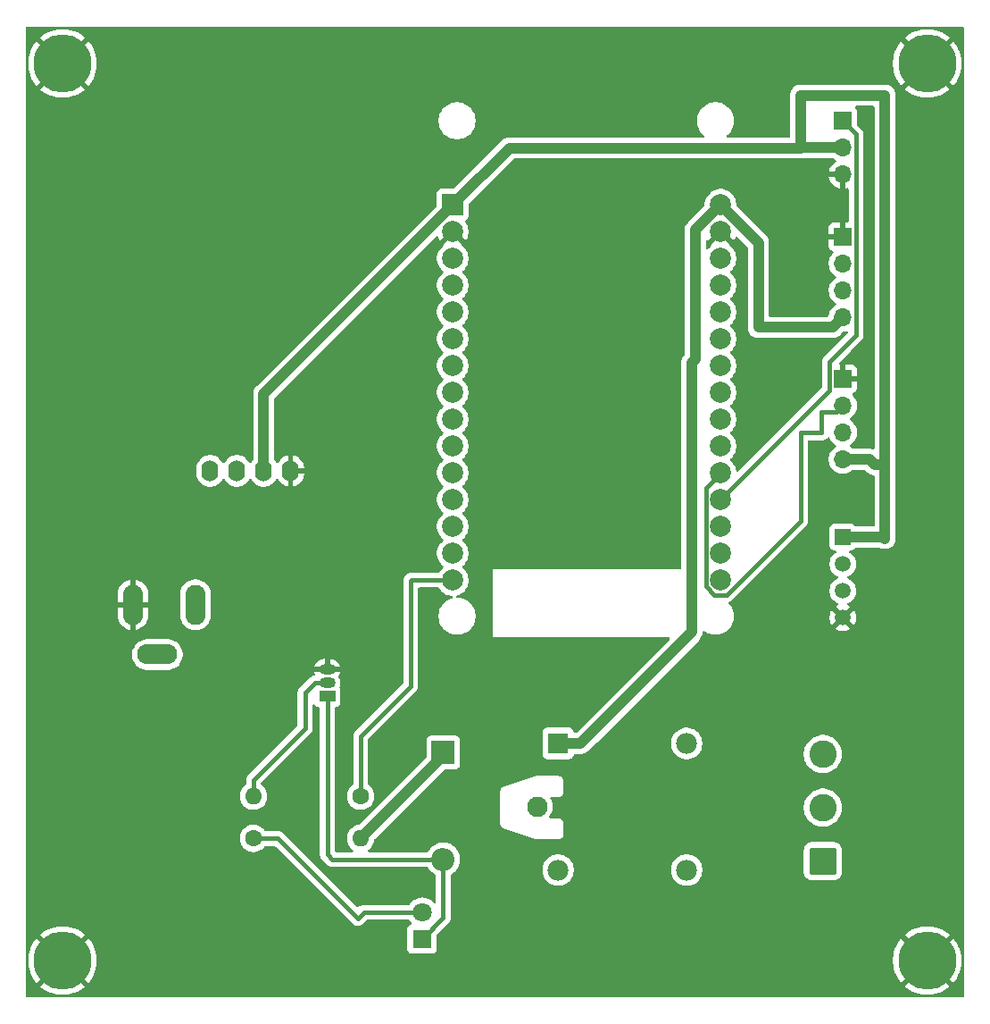
<source format=gbr>
%TF.GenerationSoftware,KiCad,Pcbnew,9.0.0*%
%TF.CreationDate,2025-04-18T09:35:11+07:00*%
%TF.ProjectId,Final_Project_PCB,46696e61-6c5f-4507-926f-6a6563745f50,rev?*%
%TF.SameCoordinates,Original*%
%TF.FileFunction,Copper,L2,Bot*%
%TF.FilePolarity,Positive*%
%FSLAX46Y46*%
G04 Gerber Fmt 4.6, Leading zero omitted, Abs format (unit mm)*
G04 Created by KiCad (PCBNEW 9.0.0) date 2025-04-18 09:35:11*
%MOMM*%
%LPD*%
G01*
G04 APERTURE LIST*
G04 Aperture macros list*
%AMRoundRect*
0 Rectangle with rounded corners*
0 $1 Rounding radius*
0 $2 $3 $4 $5 $6 $7 $8 $9 X,Y pos of 4 corners*
0 Add a 4 corners polygon primitive as box body*
4,1,4,$2,$3,$4,$5,$6,$7,$8,$9,$2,$3,0*
0 Add four circle primitives for the rounded corners*
1,1,$1+$1,$2,$3*
1,1,$1+$1,$4,$5*
1,1,$1+$1,$6,$7*
1,1,$1+$1,$8,$9*
0 Add four rect primitives between the rounded corners*
20,1,$1+$1,$2,$3,$4,$5,0*
20,1,$1+$1,$4,$5,$6,$7,0*
20,1,$1+$1,$6,$7,$8,$9,0*
20,1,$1+$1,$8,$9,$2,$3,0*%
G04 Aperture macros list end*
%TA.AperFunction,ComponentPad*%
%ADD10C,5.500000*%
%TD*%
%TA.AperFunction,ComponentPad*%
%ADD11R,1.500000X1.050000*%
%TD*%
%TA.AperFunction,ComponentPad*%
%ADD12O,1.500000X1.050000*%
%TD*%
%TA.AperFunction,ComponentPad*%
%ADD13R,2.200000X2.200000*%
%TD*%
%TA.AperFunction,ComponentPad*%
%ADD14O,2.200000X2.200000*%
%TD*%
%TA.AperFunction,ComponentPad*%
%ADD15R,1.800000X1.800000*%
%TD*%
%TA.AperFunction,ComponentPad*%
%ADD16C,1.800000*%
%TD*%
%TA.AperFunction,ComponentPad*%
%ADD17R,2.000000X2.000000*%
%TD*%
%TA.AperFunction,ComponentPad*%
%ADD18C,2.000000*%
%TD*%
%TA.AperFunction,ComponentPad*%
%ADD19RoundRect,0.250000X1.050000X-1.050000X1.050000X1.050000X-1.050000X1.050000X-1.050000X-1.050000X0*%
%TD*%
%TA.AperFunction,ComponentPad*%
%ADD20C,2.600000*%
%TD*%
%TA.AperFunction,ComponentPad*%
%ADD21R,1.700000X1.700000*%
%TD*%
%TA.AperFunction,ComponentPad*%
%ADD22O,1.700000X1.700000*%
%TD*%
%TA.AperFunction,ComponentPad*%
%ADD23R,1.980000X1.980000*%
%TD*%
%TA.AperFunction,ComponentPad*%
%ADD24C,1.980000*%
%TD*%
%TA.AperFunction,ComponentPad*%
%ADD25C,1.935000*%
%TD*%
%TA.AperFunction,ComponentPad*%
%ADD26C,1.600000*%
%TD*%
%TA.AperFunction,ComponentPad*%
%ADD27O,1.600000X1.600000*%
%TD*%
%TA.AperFunction,ComponentPad*%
%ADD28R,1.500000X1.500000*%
%TD*%
%TA.AperFunction,ComponentPad*%
%ADD29C,1.500000*%
%TD*%
%TA.AperFunction,ComponentPad*%
%ADD30O,1.900000X3.800000*%
%TD*%
%TA.AperFunction,ComponentPad*%
%ADD31O,3.800000X1.900000*%
%TD*%
%TA.AperFunction,ComponentPad*%
%ADD32O,1.600000X2.000000*%
%TD*%
%TA.AperFunction,Conductor*%
%ADD33C,1.000000*%
%TD*%
%TA.AperFunction,Conductor*%
%ADD34C,0.400000*%
%TD*%
G04 APERTURE END LIST*
D10*
%TO.P,H3,1,1*%
%TO.N,GND*%
X154000000Y-124000000D03*
%TD*%
D11*
%TO.P,Q1,1,C*%
%TO.N,Net-(D1-A)*%
X179100000Y-98960000D03*
D12*
%TO.P,Q1,2,B*%
%TO.N,Net-(Q1-B)*%
X179100000Y-97690000D03*
%TO.P,Q1,3,E*%
%TO.N,GND*%
X179100000Y-96420000D03*
%TD*%
D13*
%TO.P,D1,1,K*%
%TO.N,+5V*%
X190100000Y-104260000D03*
D14*
%TO.P,D1,2,A*%
%TO.N,Net-(D1-A)*%
X190100000Y-114420000D03*
%TD*%
D15*
%TO.P,D2,1,K*%
%TO.N,Net-(D1-A)*%
X188100000Y-121960000D03*
D16*
%TO.P,D2,2,A*%
%TO.N,Net-(D2-A)*%
X188100000Y-119420000D03*
%TD*%
D10*
%TO.P,H4,1,1*%
%TO.N,GND*%
X154000000Y-39000000D03*
%TD*%
D17*
%TO.P,U1,1,3V3*%
%TO.N,+3.3V*%
X191000000Y-52380000D03*
D18*
%TO.P,U1,2,GND*%
%TO.N,GND*%
X191000000Y-54920000D03*
%TO.P,U1,3,D15*%
%TO.N,unconnected-(U1-D15-Pad3)*%
X191000000Y-57460000D03*
%TO.P,U1,4,D2*%
%TO.N,unconnected-(U1-D2-Pad4)*%
X191000000Y-60000000D03*
%TO.P,U1,5,D4*%
%TO.N,/ECHO*%
X191000000Y-62540000D03*
%TO.P,U1,6,RX2*%
%TO.N,unconnected-(U1-RX2-Pad6)*%
X191000000Y-65080000D03*
%TO.P,U1,7,TX2*%
%TO.N,unconnected-(U1-TX2-Pad7)*%
X191000000Y-67620000D03*
%TO.P,U1,8,D5*%
%TO.N,/TRIG*%
X191000000Y-70160000D03*
%TO.P,U1,9,D18*%
%TO.N,unconnected-(U1-D18-Pad9)*%
X191000000Y-72700000D03*
%TO.P,U1,10,D19*%
%TO.N,unconnected-(U1-D19-Pad10)*%
X191000000Y-75240000D03*
%TO.P,U1,11,D21*%
%TO.N,/SDA*%
X191000000Y-77780000D03*
%TO.P,U1,12,RX0*%
%TO.N,unconnected-(U1-RX0-Pad12)*%
X191000000Y-80320000D03*
%TO.P,U1,13,TX0*%
%TO.N,unconnected-(U1-TX0-Pad13)*%
X191000000Y-82860000D03*
%TO.P,U1,14,D22*%
%TO.N,/SCL*%
X191000000Y-85400000D03*
%TO.P,U1,15,D23*%
%TO.N,/RELAY*%
X191000000Y-87940000D03*
%TO.P,U1,16,EN*%
%TO.N,unconnected-(U1-EN-Pad16)*%
X216400000Y-87940000D03*
%TO.P,U1,17,VP*%
%TO.N,unconnected-(U1-VP-Pad17)*%
X216400000Y-85400000D03*
%TO.P,U1,18,VN*%
%TO.N,unconnected-(U1-VN-Pad18)*%
X216400000Y-82860000D03*
%TO.P,U1,19,D34*%
%TO.N,/AO_SOIL*%
X216400000Y-80320000D03*
%TO.P,U1,20,D35*%
%TO.N,/AO_LDR*%
X216400000Y-77780000D03*
%TO.P,U1,21,D32*%
%TO.N,unconnected-(U1-D32-Pad21)*%
X216400000Y-75240000D03*
%TO.P,U1,22,D33*%
%TO.N,unconnected-(U1-D33-Pad22)*%
X216400000Y-72700000D03*
%TO.P,U1,23,D25*%
%TO.N,/DHT*%
X216400000Y-70160000D03*
%TO.P,U1,24,D26*%
%TO.N,unconnected-(U1-D26-Pad24)*%
X216400000Y-67620000D03*
%TO.P,U1,25,D27*%
%TO.N,unconnected-(U1-D27-Pad25)*%
X216400000Y-65080000D03*
%TO.P,U1,26,D14*%
%TO.N,unconnected-(U1-D14-Pad26)*%
X216400000Y-62540000D03*
%TO.P,U1,27,D12*%
%TO.N,unconnected-(U1-D12-Pad27)*%
X216400000Y-60000000D03*
%TO.P,U1,28,D13*%
%TO.N,unconnected-(U1-D13-Pad28)*%
X216400000Y-57460000D03*
%TO.P,U1,29,GND*%
%TO.N,GND*%
X216400000Y-54920000D03*
%TO.P,U1,30,VIN*%
%TO.N,+5V*%
X216400000Y-52380000D03*
%TD*%
D10*
%TO.P,H1,1,1*%
%TO.N,GND*%
X236000000Y-39000000D03*
%TD*%
D19*
%TO.P,J1,1,Pin_1*%
%TO.N,Net-(J1-Pin_1)*%
X226100000Y-114580000D03*
D20*
%TO.P,J1,2,Pin_2*%
%TO.N,Net-(J1-Pin_2)*%
X226100000Y-109500000D03*
%TO.P,J1,3,Pin_3*%
%TO.N,Net-(J1-Pin_3)*%
X226100000Y-104420000D03*
%TD*%
D21*
%TO.P,J3,1,Pin_1*%
%TO.N,GND*%
X228000000Y-68880000D03*
D22*
%TO.P,J3,2,Pin_2*%
%TO.N,/AO_LDR*%
X228000000Y-71420000D03*
%TO.P,J3,3,Pin_3*%
%TO.N,unconnected-(J3-Pin_3-Pad3)*%
X228000000Y-73960000D03*
%TO.P,J3,4,Pin_4*%
%TO.N,+3.3V*%
X228000000Y-76500000D03*
%TD*%
D23*
%TO.P,K1,A1*%
%TO.N,+5V*%
X201000000Y-103420000D03*
D24*
%TO.P,K1,A2*%
%TO.N,Net-(D1-A)*%
X201000000Y-115420000D03*
D25*
%TO.P,K1,COM*%
%TO.N,Net-(J1-Pin_2)*%
X199000000Y-109420000D03*
D24*
%TO.P,K1,NC*%
%TO.N,Net-(J1-Pin_3)*%
X213200000Y-103420000D03*
%TO.P,K1,NO*%
%TO.N,Net-(J1-Pin_1)*%
X213200000Y-115420000D03*
%TD*%
D21*
%TO.P,J4,1,Pin_1*%
%TO.N,/AO_SOIL*%
X228000000Y-44420000D03*
D22*
%TO.P,J4,2,Pin_2*%
%TO.N,+3.3V*%
X228000000Y-46960000D03*
%TO.P,J4,3,Pin_3*%
%TO.N,GND*%
X228000000Y-49500000D03*
%TD*%
D26*
%TO.P,R1,1*%
%TO.N,/RELAY*%
X182260000Y-108420000D03*
D27*
%TO.P,R1,2*%
%TO.N,Net-(Q1-B)*%
X172100000Y-108420000D03*
%TD*%
D28*
%TO.P,U2,1,VDD*%
%TO.N,+3.3V*%
X228000000Y-83880000D03*
D29*
%TO.P,U2,2,DATA*%
%TO.N,/DHT*%
X228000000Y-86420000D03*
%TO.P,U2,3,NC*%
%TO.N,unconnected-(U2-NC-Pad3)*%
X228000000Y-88960000D03*
%TO.P,U2,4,GND*%
%TO.N,GND*%
X228000000Y-91500000D03*
%TD*%
D10*
%TO.P,H2,1,1*%
%TO.N,GND*%
X236000000Y-124000000D03*
%TD*%
D26*
%TO.P,R2,1*%
%TO.N,Net-(D2-A)*%
X172100000Y-112420000D03*
D27*
%TO.P,R2,2*%
%TO.N,+5V*%
X182260000Y-112420000D03*
%TD*%
D21*
%TO.P,J2,1,Pin_1*%
%TO.N,GND*%
X228000000Y-55420000D03*
D22*
%TO.P,J2,2,Pin_2*%
%TO.N,/ECHO*%
X228000000Y-57960000D03*
%TO.P,J2,3,Pin_3*%
%TO.N,/TRIG*%
X228000000Y-60500000D03*
%TO.P,J2,4,Pin_4*%
%TO.N,+5V*%
X228000000Y-63040000D03*
%TD*%
D30*
%TO.P,J5,1*%
%TO.N,+5V*%
X166600000Y-90270000D03*
%TO.P,J5,2*%
%TO.N,GND*%
X160670000Y-90270000D03*
D31*
%TO.P,J5,3*%
%TO.N,unconnected-(J5-Pad3)*%
X163000000Y-95000000D03*
%TD*%
D32*
%TO.P,Brd1,1,GND*%
%TO.N,GND*%
X175620000Y-77600000D03*
%TO.P,Brd1,2,VCC*%
%TO.N,+3.3V*%
X173080000Y-77600000D03*
%TO.P,Brd1,3,SCL*%
%TO.N,/SCL*%
X170540000Y-77600000D03*
%TO.P,Brd1,4,SDA*%
%TO.N,/SDA*%
X168000000Y-77600000D03*
%TD*%
D33*
%TO.N,+3.3V*%
X231880000Y-83880000D02*
X228000000Y-83880000D01*
X230500000Y-76500000D02*
X228000000Y-76500000D01*
X196380000Y-47000000D02*
X224000000Y-47000000D01*
X173080000Y-77600000D02*
X173080000Y-70300000D01*
X231000000Y-77000000D02*
X230500000Y-76500000D01*
X232000000Y-77000000D02*
X232000000Y-84000000D01*
X224000000Y-42000000D02*
X232000000Y-42000000D01*
X224000000Y-47000000D02*
X224040000Y-46960000D01*
X224000000Y-47000000D02*
X224000000Y-42000000D01*
X232000000Y-42000000D02*
X232000000Y-77000000D01*
X224040000Y-46960000D02*
X228000000Y-46960000D01*
X232000000Y-84000000D02*
X231880000Y-83880000D01*
X191000000Y-52380000D02*
X196380000Y-47000000D01*
X173080000Y-70300000D02*
X191000000Y-52380000D01*
X232000000Y-77000000D02*
X231000000Y-77000000D01*
%TO.N,+5V*%
X190100000Y-104580000D02*
X190100000Y-104260000D01*
X201000000Y-103420000D02*
X203138522Y-103420000D01*
X220000000Y-64000000D02*
X227040000Y-64000000D01*
X214000000Y-54780000D02*
X216400000Y-52380000D01*
X203138522Y-103420000D02*
X213679000Y-92879522D01*
X216400000Y-52380000D02*
X220000000Y-55980000D01*
X214000000Y-67000000D02*
X214000000Y-54780000D01*
X213679000Y-92879522D02*
X213679000Y-67321000D01*
X213679000Y-67321000D02*
X214000000Y-67000000D01*
X220000000Y-55980000D02*
X220000000Y-64000000D01*
X227040000Y-64000000D02*
X228000000Y-63040000D01*
X182260000Y-112420000D02*
X190100000Y-104580000D01*
D34*
%TO.N,Net-(D1-A)*%
X190100000Y-119960000D02*
X190100000Y-114420000D01*
X179580000Y-114420000D02*
X190100000Y-114420000D01*
X188100000Y-121960000D02*
X190100000Y-119960000D01*
X179100000Y-113940000D02*
X179580000Y-114420000D01*
X179100000Y-98960000D02*
X179100000Y-113940000D01*
%TO.N,Net-(D2-A)*%
X182000000Y-120000000D02*
X182580000Y-119420000D01*
X182580000Y-119420000D02*
X188100000Y-119420000D01*
X174420000Y-112420000D02*
X182000000Y-120000000D01*
X172100000Y-112420000D02*
X174420000Y-112420000D01*
%TO.N,/AO_LDR*%
X224000000Y-82321314D02*
X224000000Y-74000000D01*
X226000000Y-74000000D02*
X226000000Y-72000000D01*
X227420000Y-72000000D02*
X228000000Y-71420000D01*
X216400000Y-77780000D02*
X214999000Y-79181000D01*
X214999000Y-79181000D02*
X214999000Y-88520314D01*
X215819686Y-89341000D02*
X216980314Y-89341000D01*
X214999000Y-88520314D02*
X215819686Y-89341000D01*
X224000000Y-74000000D02*
X226000000Y-74000000D01*
X226000000Y-72000000D02*
X227420000Y-72000000D01*
X216980314Y-89341000D02*
X224000000Y-82321314D01*
%TO.N,/AO_SOIL*%
X229251000Y-64749000D02*
X226749000Y-67251000D01*
X226749000Y-67251000D02*
X226749000Y-69971000D01*
X226749000Y-69971000D02*
X216400000Y-80320000D01*
X228000000Y-44420000D02*
X229251000Y-45671000D01*
X229251000Y-45671000D02*
X229251000Y-64749000D01*
%TO.N,Net-(Q1-B)*%
X177000000Y-98640000D02*
X177000000Y-102000000D01*
X177950000Y-97690000D02*
X177000000Y-98640000D01*
X172100000Y-106900000D02*
X172100000Y-108420000D01*
X179100000Y-97690000D02*
X177950000Y-97690000D01*
X177000000Y-102000000D02*
X172100000Y-106900000D01*
%TO.N,/RELAY*%
X182260000Y-102740000D02*
X187000000Y-98000000D01*
X187060000Y-87940000D02*
X191000000Y-87940000D01*
X187000000Y-98000000D02*
X187000000Y-88000000D01*
X182260000Y-108420000D02*
X182260000Y-102740000D01*
X187000000Y-88000000D02*
X187060000Y-87940000D01*
%TD*%
%TA.AperFunction,Conductor*%
%TO.N,GND*%
G36*
X217622658Y-55789105D02*
G01*
X217622658Y-55789104D01*
X217682914Y-55706169D01*
X217682918Y-55706163D01*
X217790103Y-55495800D01*
X217803788Y-55453684D01*
X217843225Y-55396008D01*
X217907583Y-55368809D01*
X217976430Y-55380723D01*
X218009400Y-55404320D01*
X218963181Y-56358101D01*
X218996666Y-56419424D01*
X218999500Y-56445782D01*
X218999500Y-64098541D01*
X218999500Y-64098543D01*
X218999499Y-64098543D01*
X219037947Y-64291829D01*
X219037950Y-64291839D01*
X219113364Y-64473907D01*
X219113371Y-64473920D01*
X219222860Y-64637781D01*
X219222863Y-64637785D01*
X219362214Y-64777136D01*
X219362218Y-64777139D01*
X219526079Y-64886628D01*
X219526092Y-64886635D01*
X219687115Y-64953332D01*
X219708165Y-64962051D01*
X219708169Y-64962051D01*
X219708170Y-64962052D01*
X219901456Y-65000500D01*
X219901459Y-65000500D01*
X227138543Y-65000500D01*
X227197845Y-64988703D01*
X227239217Y-64980474D01*
X227331836Y-64962051D01*
X227385165Y-64939961D01*
X227513914Y-64886632D01*
X227677782Y-64777139D01*
X227817139Y-64637782D01*
X227817140Y-64637779D01*
X227824206Y-64630714D01*
X227824208Y-64630710D01*
X228028497Y-64426421D01*
X228046707Y-64416478D01*
X228062073Y-64402530D01*
X228082307Y-64397039D01*
X228089819Y-64392938D01*
X228095698Y-64391807D01*
X228103503Y-64390500D01*
X228106287Y-64390500D01*
X228316243Y-64357246D01*
X228331289Y-64352356D01*
X228340367Y-64350837D01*
X228366276Y-64353952D01*
X228392364Y-64353206D01*
X228400409Y-64358057D01*
X228409737Y-64359179D01*
X228429848Y-64375807D01*
X228452198Y-64389284D01*
X228456344Y-64397715D01*
X228463584Y-64403702D01*
X228471512Y-64428564D01*
X228483029Y-64451984D01*
X228481958Y-64461317D01*
X228484813Y-64470268D01*
X228478040Y-64495473D01*
X228475067Y-64521399D01*
X228468424Y-64531264D01*
X228466683Y-64537745D01*
X228459937Y-64543868D01*
X228448527Y-64560815D01*
X226204888Y-66804453D01*
X226204887Y-66804454D01*
X226128223Y-66919192D01*
X226075421Y-67046668D01*
X226075418Y-67046680D01*
X226065102Y-67098542D01*
X226065102Y-67098543D01*
X226048500Y-67182004D01*
X226048500Y-69629481D01*
X226028815Y-69696520D01*
X226012181Y-69717162D01*
X218095409Y-77633933D01*
X218034086Y-77667418D01*
X217964394Y-77662434D01*
X217908461Y-77620562D01*
X217885255Y-77565650D01*
X217863553Y-77428631D01*
X217821005Y-77297682D01*
X217790568Y-77204008D01*
X217790566Y-77204005D01*
X217790566Y-77204003D01*
X217683342Y-76993566D01*
X217616422Y-76901459D01*
X217544517Y-76802490D01*
X217377510Y-76635483D01*
X217342872Y-76610317D01*
X217300207Y-76554989D01*
X217294228Y-76485375D01*
X217326833Y-76423580D01*
X217342873Y-76409682D01*
X217377510Y-76384517D01*
X217544517Y-76217510D01*
X217683343Y-76026433D01*
X217790568Y-75815992D01*
X217863553Y-75591368D01*
X217869918Y-75551181D01*
X217900500Y-75358097D01*
X217900500Y-75121902D01*
X217863553Y-74888631D01*
X217793677Y-74673578D01*
X217790568Y-74664008D01*
X217790566Y-74664005D01*
X217790566Y-74664003D01*
X217683342Y-74453566D01*
X217678239Y-74446542D01*
X217544517Y-74262490D01*
X217377510Y-74095483D01*
X217342872Y-74070317D01*
X217300207Y-74014989D01*
X217294228Y-73945375D01*
X217326833Y-73883580D01*
X217342873Y-73869682D01*
X217377510Y-73844517D01*
X217544517Y-73677510D01*
X217683343Y-73486433D01*
X217790568Y-73275992D01*
X217863553Y-73051368D01*
X217900500Y-72818097D01*
X217900500Y-72581902D01*
X217863553Y-72348631D01*
X217829689Y-72244412D01*
X217790568Y-72124008D01*
X217790566Y-72124005D01*
X217790566Y-72124003D01*
X217683342Y-71913566D01*
X217544517Y-71722490D01*
X217377510Y-71555483D01*
X217342872Y-71530317D01*
X217300207Y-71474989D01*
X217294228Y-71405375D01*
X217326833Y-71343580D01*
X217342873Y-71329682D01*
X217377510Y-71304517D01*
X217544517Y-71137510D01*
X217683343Y-70946433D01*
X217790568Y-70735992D01*
X217863553Y-70511368D01*
X217900500Y-70278097D01*
X217900500Y-70041902D01*
X217863553Y-69808631D01*
X217790566Y-69584003D01*
X217734002Y-69472991D01*
X217683343Y-69373567D01*
X217544517Y-69182490D01*
X217377510Y-69015483D01*
X217342872Y-68990317D01*
X217300207Y-68934989D01*
X217294228Y-68865375D01*
X217326833Y-68803580D01*
X217342873Y-68789682D01*
X217377510Y-68764517D01*
X217544517Y-68597510D01*
X217683343Y-68406433D01*
X217790568Y-68195992D01*
X217863553Y-67971368D01*
X217900500Y-67738097D01*
X217900500Y-67501902D01*
X217863553Y-67268631D01*
X217829689Y-67164412D01*
X217790568Y-67044008D01*
X217790566Y-67044005D01*
X217790566Y-67044003D01*
X217717936Y-66901459D01*
X217683343Y-66833567D01*
X217544517Y-66642490D01*
X217377510Y-66475483D01*
X217342872Y-66450317D01*
X217300207Y-66394989D01*
X217294228Y-66325375D01*
X217326833Y-66263580D01*
X217342873Y-66249682D01*
X217377510Y-66224517D01*
X217544517Y-66057510D01*
X217683343Y-65866433D01*
X217790568Y-65655992D01*
X217863553Y-65431368D01*
X217900500Y-65198097D01*
X217900500Y-64961902D01*
X217863553Y-64728631D01*
X217801530Y-64537745D01*
X217790568Y-64504008D01*
X217790566Y-64504005D01*
X217790566Y-64504003D01*
X217715789Y-64357246D01*
X217683343Y-64293567D01*
X217544517Y-64102490D01*
X217377510Y-63935483D01*
X217342872Y-63910317D01*
X217300207Y-63854989D01*
X217294228Y-63785375D01*
X217326833Y-63723580D01*
X217342873Y-63709682D01*
X217377510Y-63684517D01*
X217544517Y-63517510D01*
X217683343Y-63326433D01*
X217790568Y-63115992D01*
X217863553Y-62891368D01*
X217866066Y-62875500D01*
X217900500Y-62658097D01*
X217900500Y-62421902D01*
X217863553Y-62188631D01*
X217805476Y-62009890D01*
X217790568Y-61964008D01*
X217790566Y-61964005D01*
X217790566Y-61964003D01*
X217701113Y-61788443D01*
X217683343Y-61753567D01*
X217544517Y-61562490D01*
X217377510Y-61395483D01*
X217342872Y-61370317D01*
X217300207Y-61314989D01*
X217294228Y-61245375D01*
X217326833Y-61183580D01*
X217342873Y-61169682D01*
X217377510Y-61144517D01*
X217544517Y-60977510D01*
X217683343Y-60786433D01*
X217790568Y-60575992D01*
X217863553Y-60351368D01*
X217900500Y-60118097D01*
X217900500Y-59881902D01*
X217863553Y-59648631D01*
X217805476Y-59469890D01*
X217790568Y-59424008D01*
X217790566Y-59424005D01*
X217790566Y-59424003D01*
X217701113Y-59248443D01*
X217683343Y-59213567D01*
X217544517Y-59022490D01*
X217377510Y-58855483D01*
X217342872Y-58830317D01*
X217300207Y-58774989D01*
X217294228Y-58705375D01*
X217326833Y-58643580D01*
X217342873Y-58629682D01*
X217377510Y-58604517D01*
X217544517Y-58437510D01*
X217683343Y-58246433D01*
X217790568Y-58035992D01*
X217863553Y-57811368D01*
X217900500Y-57578097D01*
X217900500Y-57341902D01*
X217863553Y-57108631D01*
X217829689Y-57004412D01*
X217790568Y-56884008D01*
X217790566Y-56884005D01*
X217790566Y-56884003D01*
X217683342Y-56673566D01*
X217544517Y-56482490D01*
X217377510Y-56315483D01*
X217318282Y-56272451D01*
X217275617Y-56217122D01*
X217267550Y-56162404D01*
X217269104Y-56142657D01*
X216537574Y-55411128D01*
X216596853Y-55395245D01*
X216713147Y-55328102D01*
X216808102Y-55233147D01*
X216875245Y-55116853D01*
X216891128Y-55057575D01*
X217622658Y-55789105D01*
G37*
%TD.AperFunction*%
%TA.AperFunction,Conductor*%
G36*
X230942539Y-43020185D02*
G01*
X230988294Y-43072989D01*
X230999500Y-43124500D01*
X230999500Y-75438387D01*
X230992512Y-75462183D01*
X230989649Y-75486823D01*
X230982839Y-75495125D01*
X230979815Y-75505426D01*
X230961072Y-75521666D01*
X230945342Y-75540847D01*
X230935124Y-75544150D01*
X230927011Y-75551181D01*
X230902460Y-75554711D01*
X230878861Y-75562341D01*
X230862565Y-75560447D01*
X230857853Y-75561125D01*
X230850104Y-75558999D01*
X230843802Y-75558267D01*
X230835747Y-75556137D01*
X230791836Y-75537949D01*
X230695188Y-75518724D01*
X230681514Y-75516004D01*
X230598544Y-75499500D01*
X230598541Y-75499500D01*
X228960200Y-75499500D01*
X228893161Y-75479815D01*
X228880634Y-75470506D01*
X228707820Y-75344951D01*
X228707115Y-75344591D01*
X228699054Y-75340485D01*
X228648259Y-75292512D01*
X228631463Y-75224692D01*
X228653999Y-75158556D01*
X228699054Y-75119515D01*
X228707816Y-75115051D01*
X228729789Y-75099086D01*
X228879786Y-74990109D01*
X228879788Y-74990106D01*
X228879792Y-74990104D01*
X229030104Y-74839792D01*
X229030106Y-74839788D01*
X229030109Y-74839786D01*
X229139086Y-74689789D01*
X229155051Y-74667816D01*
X229251557Y-74478412D01*
X229317246Y-74276243D01*
X229350500Y-74066287D01*
X229350500Y-73853713D01*
X229317246Y-73643757D01*
X229251557Y-73441588D01*
X229155051Y-73252184D01*
X229155049Y-73252181D01*
X229155048Y-73252179D01*
X229030109Y-73080213D01*
X228879786Y-72929890D01*
X228707820Y-72804951D01*
X228707115Y-72804591D01*
X228699054Y-72800485D01*
X228648259Y-72752512D01*
X228631463Y-72684692D01*
X228653999Y-72618556D01*
X228699054Y-72579515D01*
X228707816Y-72575051D01*
X228729789Y-72559086D01*
X228879786Y-72450109D01*
X228879788Y-72450106D01*
X228879792Y-72450104D01*
X229030104Y-72299792D01*
X229030106Y-72299788D01*
X229030109Y-72299786D01*
X229155048Y-72127820D01*
X229155047Y-72127820D01*
X229155051Y-72127816D01*
X229251557Y-71938412D01*
X229317246Y-71736243D01*
X229350500Y-71526287D01*
X229350500Y-71313713D01*
X229317246Y-71103757D01*
X229251557Y-70901588D01*
X229155051Y-70712184D01*
X229155049Y-70712181D01*
X229155048Y-70712179D01*
X229030109Y-70540213D01*
X228916181Y-70426285D01*
X228882696Y-70364962D01*
X228887680Y-70295270D01*
X228929552Y-70239337D01*
X228960529Y-70222422D01*
X229092086Y-70173354D01*
X229092093Y-70173350D01*
X229207187Y-70087190D01*
X229207190Y-70087187D01*
X229293350Y-69972093D01*
X229293354Y-69972086D01*
X229343596Y-69837379D01*
X229343598Y-69837372D01*
X229349999Y-69777844D01*
X229350000Y-69777827D01*
X229350000Y-69130000D01*
X228433012Y-69130000D01*
X228465925Y-69072993D01*
X228500000Y-68945826D01*
X228500000Y-68814174D01*
X228465925Y-68687007D01*
X228433012Y-68630000D01*
X229350000Y-68630000D01*
X229350000Y-67982172D01*
X229349999Y-67982155D01*
X229343598Y-67922627D01*
X229343596Y-67922620D01*
X229293354Y-67787913D01*
X229293350Y-67787906D01*
X229207190Y-67672812D01*
X229207187Y-67672809D01*
X229092093Y-67586649D01*
X229092086Y-67586645D01*
X228957379Y-67536403D01*
X228957372Y-67536401D01*
X228897844Y-67530000D01*
X228250000Y-67530000D01*
X228250000Y-68446988D01*
X228192993Y-68414075D01*
X228065826Y-68380000D01*
X227934174Y-68380000D01*
X227807007Y-68414075D01*
X227750000Y-68446988D01*
X227750000Y-67546654D01*
X227693378Y-67510571D01*
X227693214Y-67510384D01*
X227692979Y-67510315D01*
X227670353Y-67484203D01*
X227647421Y-67457942D01*
X227647384Y-67457696D01*
X227647224Y-67457511D01*
X227642287Y-67423177D01*
X227637214Y-67388822D01*
X227637315Y-67388598D01*
X227637280Y-67388353D01*
X227651758Y-67356648D01*
X227665996Y-67325156D01*
X227666202Y-67325022D01*
X227666305Y-67324797D01*
X227672337Y-67318319D01*
X228727076Y-66263580D01*
X229795113Y-65195543D01*
X229805816Y-65179526D01*
X229871775Y-65080811D01*
X229924580Y-64953328D01*
X229951500Y-64817993D01*
X229951500Y-45602007D01*
X229951500Y-45602004D01*
X229924581Y-45466677D01*
X229924580Y-45466676D01*
X229924580Y-45466672D01*
X229871775Y-45339189D01*
X229857532Y-45317873D01*
X229795114Y-45224457D01*
X229795112Y-45224454D01*
X229386818Y-44816160D01*
X229353333Y-44754837D01*
X229350499Y-44728479D01*
X229350499Y-43522129D01*
X229350498Y-43522123D01*
X229350497Y-43522116D01*
X229344091Y-43462517D01*
X229337702Y-43445388D01*
X229293797Y-43327671D01*
X229293793Y-43327664D01*
X229207547Y-43212455D01*
X229207273Y-43212181D01*
X229207087Y-43211840D01*
X229202232Y-43205355D01*
X229203164Y-43204656D01*
X229173788Y-43150858D01*
X229178772Y-43081166D01*
X229220644Y-43025233D01*
X229286108Y-43000816D01*
X229294954Y-43000500D01*
X230875500Y-43000500D01*
X230942539Y-43020185D01*
G37*
%TD.AperFunction*%
%TA.AperFunction,Conductor*%
G36*
X215924755Y-55116853D02*
G01*
X215991898Y-55233147D01*
X216086853Y-55328102D01*
X216203147Y-55395245D01*
X216262425Y-55411128D01*
X215530893Y-56142658D01*
X215532448Y-56162405D01*
X215518084Y-56230783D01*
X215481717Y-56272451D01*
X215422490Y-56315482D01*
X215255484Y-56482488D01*
X215224818Y-56524697D01*
X215169487Y-56567362D01*
X215099874Y-56573341D01*
X215038079Y-56540735D01*
X215003722Y-56479896D01*
X215000500Y-56451811D01*
X215000500Y-55909330D01*
X215020185Y-55842291D01*
X215072989Y-55796536D01*
X215134229Y-55785712D01*
X215177341Y-55789104D01*
X215908871Y-55057574D01*
X215924755Y-55116853D01*
G37*
%TD.AperFunction*%
%TA.AperFunction,Conductor*%
G36*
X239442539Y-35520185D02*
G01*
X239488294Y-35572989D01*
X239499500Y-35624500D01*
X239499500Y-127375500D01*
X239479815Y-127442539D01*
X239427011Y-127488294D01*
X239375500Y-127499500D01*
X150624500Y-127499500D01*
X150557461Y-127479815D01*
X150511706Y-127427011D01*
X150500500Y-127375500D01*
X150500500Y-123840341D01*
X150750000Y-123840341D01*
X150750000Y-124159658D01*
X150781298Y-124477438D01*
X150781301Y-124477455D01*
X150843591Y-124790617D01*
X150843594Y-124790628D01*
X150936292Y-125096213D01*
X151058493Y-125391232D01*
X151058495Y-125391237D01*
X151209014Y-125672837D01*
X151209025Y-125672855D01*
X151386422Y-125938348D01*
X151386432Y-125938362D01*
X151531418Y-126115027D01*
X152705747Y-124940697D01*
X152779588Y-125042330D01*
X152957670Y-125220412D01*
X153059301Y-125294251D01*
X151884971Y-126468580D01*
X151884972Y-126468581D01*
X152061637Y-126613567D01*
X152061651Y-126613577D01*
X152327144Y-126790974D01*
X152327162Y-126790985D01*
X152608762Y-126941504D01*
X152608767Y-126941506D01*
X152903786Y-127063707D01*
X153209371Y-127156405D01*
X153209382Y-127156408D01*
X153522544Y-127218698D01*
X153522561Y-127218701D01*
X153840341Y-127250000D01*
X154159659Y-127250000D01*
X154477438Y-127218701D01*
X154477455Y-127218698D01*
X154790617Y-127156408D01*
X154790628Y-127156405D01*
X155096213Y-127063707D01*
X155391232Y-126941506D01*
X155391237Y-126941504D01*
X155672837Y-126790985D01*
X155672855Y-126790974D01*
X155938348Y-126613577D01*
X155938361Y-126613567D01*
X156115026Y-126468581D01*
X156115027Y-126468580D01*
X154940698Y-125294251D01*
X155042330Y-125220412D01*
X155220412Y-125042330D01*
X155294251Y-124940698D01*
X156468580Y-126115027D01*
X156468581Y-126115026D01*
X156613567Y-125938361D01*
X156613577Y-125938348D01*
X156790974Y-125672855D01*
X156790985Y-125672837D01*
X156941504Y-125391237D01*
X156941506Y-125391232D01*
X157063707Y-125096213D01*
X157156405Y-124790628D01*
X157156408Y-124790617D01*
X157218698Y-124477455D01*
X157218701Y-124477438D01*
X157250000Y-124159658D01*
X157250000Y-123840341D01*
X232750000Y-123840341D01*
X232750000Y-124159658D01*
X232781298Y-124477438D01*
X232781301Y-124477455D01*
X232843591Y-124790617D01*
X232843594Y-124790628D01*
X232936292Y-125096213D01*
X233058493Y-125391232D01*
X233058495Y-125391237D01*
X233209014Y-125672837D01*
X233209025Y-125672855D01*
X233386422Y-125938348D01*
X233386432Y-125938362D01*
X233531418Y-126115027D01*
X234705747Y-124940697D01*
X234779588Y-125042330D01*
X234957670Y-125220412D01*
X235059301Y-125294251D01*
X233884971Y-126468580D01*
X233884972Y-126468581D01*
X234061637Y-126613567D01*
X234061651Y-126613577D01*
X234327144Y-126790974D01*
X234327162Y-126790985D01*
X234608762Y-126941504D01*
X234608767Y-126941506D01*
X234903786Y-127063707D01*
X235209371Y-127156405D01*
X235209382Y-127156408D01*
X235522544Y-127218698D01*
X235522561Y-127218701D01*
X235840341Y-127250000D01*
X236159659Y-127250000D01*
X236477438Y-127218701D01*
X236477455Y-127218698D01*
X236790617Y-127156408D01*
X236790628Y-127156405D01*
X237096213Y-127063707D01*
X237391232Y-126941506D01*
X237391237Y-126941504D01*
X237672837Y-126790985D01*
X237672855Y-126790974D01*
X237938348Y-126613577D01*
X237938361Y-126613567D01*
X238115026Y-126468581D01*
X238115027Y-126468580D01*
X236940698Y-125294251D01*
X237042330Y-125220412D01*
X237220412Y-125042330D01*
X237294251Y-124940698D01*
X238468580Y-126115027D01*
X238468581Y-126115026D01*
X238613567Y-125938361D01*
X238613577Y-125938348D01*
X238790974Y-125672855D01*
X238790985Y-125672837D01*
X238941504Y-125391237D01*
X238941506Y-125391232D01*
X239063707Y-125096213D01*
X239156405Y-124790628D01*
X239156408Y-124790617D01*
X239218698Y-124477455D01*
X239218701Y-124477438D01*
X239250000Y-124159658D01*
X239250000Y-123840341D01*
X239218701Y-123522561D01*
X239218698Y-123522544D01*
X239156408Y-123209382D01*
X239156405Y-123209371D01*
X239063707Y-122903786D01*
X238941506Y-122608767D01*
X238941504Y-122608762D01*
X238790985Y-122327162D01*
X238790974Y-122327144D01*
X238613577Y-122061651D01*
X238613567Y-122061637D01*
X238468581Y-121884972D01*
X238468580Y-121884971D01*
X237294251Y-123059300D01*
X237220412Y-122957670D01*
X237042330Y-122779588D01*
X236940698Y-122705748D01*
X238115027Y-121531418D01*
X237938362Y-121386432D01*
X237938348Y-121386422D01*
X237672855Y-121209025D01*
X237672837Y-121209014D01*
X237391237Y-121058495D01*
X237391232Y-121058493D01*
X237096213Y-120936292D01*
X236790628Y-120843594D01*
X236790617Y-120843591D01*
X236477455Y-120781301D01*
X236477438Y-120781298D01*
X236159659Y-120750000D01*
X235840341Y-120750000D01*
X235522561Y-120781298D01*
X235522544Y-120781301D01*
X235209382Y-120843591D01*
X235209371Y-120843594D01*
X234903786Y-120936292D01*
X234608767Y-121058493D01*
X234608762Y-121058495D01*
X234327162Y-121209014D01*
X234327144Y-121209025D01*
X234061651Y-121386422D01*
X234061650Y-121386423D01*
X233884971Y-121531418D01*
X235059301Y-122705748D01*
X234957670Y-122779588D01*
X234779588Y-122957670D01*
X234705748Y-123059301D01*
X233531418Y-121884971D01*
X233386423Y-122061650D01*
X233386422Y-122061651D01*
X233209025Y-122327144D01*
X233209014Y-122327162D01*
X233058495Y-122608762D01*
X233058493Y-122608767D01*
X232936292Y-122903786D01*
X232843594Y-123209371D01*
X232843591Y-123209382D01*
X232781301Y-123522544D01*
X232781298Y-123522561D01*
X232750000Y-123840341D01*
X157250000Y-123840341D01*
X157218701Y-123522561D01*
X157218698Y-123522544D01*
X157156408Y-123209382D01*
X157156405Y-123209371D01*
X157063707Y-122903786D01*
X156941506Y-122608767D01*
X156941504Y-122608762D01*
X156790985Y-122327162D01*
X156790974Y-122327144D01*
X156613577Y-122061651D01*
X156613567Y-122061637D01*
X156468581Y-121884972D01*
X156468580Y-121884971D01*
X155294251Y-123059300D01*
X155220412Y-122957670D01*
X155042330Y-122779588D01*
X154940698Y-122705748D01*
X156115027Y-121531418D01*
X155938362Y-121386432D01*
X155938348Y-121386422D01*
X155672855Y-121209025D01*
X155672837Y-121209014D01*
X155391237Y-121058495D01*
X155391232Y-121058493D01*
X155096213Y-120936292D01*
X154790628Y-120843594D01*
X154790617Y-120843591D01*
X154477455Y-120781301D01*
X154477438Y-120781298D01*
X154159659Y-120750000D01*
X153840341Y-120750000D01*
X153522561Y-120781298D01*
X153522544Y-120781301D01*
X153209382Y-120843591D01*
X153209371Y-120843594D01*
X152903786Y-120936292D01*
X152608767Y-121058493D01*
X152608762Y-121058495D01*
X152327162Y-121209014D01*
X152327144Y-121209025D01*
X152061651Y-121386422D01*
X152061650Y-121386423D01*
X151884971Y-121531418D01*
X153059301Y-122705748D01*
X152957670Y-122779588D01*
X152779588Y-122957670D01*
X152705748Y-123059301D01*
X151531418Y-121884971D01*
X151386423Y-122061650D01*
X151386422Y-122061651D01*
X151209025Y-122327144D01*
X151209014Y-122327162D01*
X151058495Y-122608762D01*
X151058493Y-122608767D01*
X150936292Y-122903786D01*
X150843594Y-123209371D01*
X150843591Y-123209382D01*
X150781301Y-123522544D01*
X150781298Y-123522561D01*
X150750000Y-123840341D01*
X150500500Y-123840341D01*
X150500500Y-108317648D01*
X170799500Y-108317648D01*
X170799500Y-108522351D01*
X170831522Y-108724534D01*
X170894781Y-108919223D01*
X170958691Y-109044653D01*
X170974787Y-109076242D01*
X170987715Y-109101613D01*
X171108028Y-109267213D01*
X171252786Y-109411971D01*
X171407749Y-109524556D01*
X171418390Y-109532287D01*
X171534607Y-109591503D01*
X171600776Y-109625218D01*
X171600778Y-109625218D01*
X171600781Y-109625220D01*
X171705137Y-109659127D01*
X171795465Y-109688477D01*
X171896557Y-109704488D01*
X171997648Y-109720500D01*
X171997649Y-109720500D01*
X172202351Y-109720500D01*
X172202352Y-109720500D01*
X172404534Y-109688477D01*
X172599219Y-109625220D01*
X172781610Y-109532287D01*
X172874590Y-109464732D01*
X172947213Y-109411971D01*
X172947215Y-109411968D01*
X172947219Y-109411966D01*
X173091966Y-109267219D01*
X173091968Y-109267215D01*
X173091971Y-109267213D01*
X173178593Y-109147986D01*
X173212287Y-109101610D01*
X173302872Y-108923827D01*
X173305218Y-108919223D01*
X173305218Y-108919222D01*
X173305220Y-108919219D01*
X173368477Y-108724534D01*
X173400500Y-108522352D01*
X173400500Y-108317648D01*
X173368477Y-108115466D01*
X173352369Y-108065892D01*
X173330871Y-107999727D01*
X173305220Y-107920781D01*
X173305218Y-107920778D01*
X173305218Y-107920776D01*
X173261566Y-107835106D01*
X173212287Y-107738390D01*
X173195477Y-107715253D01*
X173091971Y-107572786D01*
X172947217Y-107428032D01*
X172947212Y-107428028D01*
X172851615Y-107358573D01*
X172848274Y-107354241D01*
X172843297Y-107351968D01*
X172827164Y-107326865D01*
X172808949Y-107303243D01*
X172807696Y-107296571D01*
X172805523Y-107293190D01*
X172800500Y-107258255D01*
X172800500Y-107241518D01*
X172820185Y-107174479D01*
X172836819Y-107153837D01*
X175189355Y-104801301D01*
X177544113Y-102446543D01*
X177556870Y-102427452D01*
X177620775Y-102331811D01*
X177673580Y-102204328D01*
X177685339Y-102145210D01*
X177700500Y-102068995D01*
X177700500Y-99825102D01*
X177720185Y-99758063D01*
X177772989Y-99712308D01*
X177842147Y-99702364D01*
X177905703Y-99731389D01*
X177923762Y-99750786D01*
X177992454Y-99842546D01*
X178038643Y-99877123D01*
X178107664Y-99928793D01*
X178107671Y-99928797D01*
X178242516Y-99979091D01*
X178288757Y-99984063D01*
X178353307Y-100010801D01*
X178393155Y-100068194D01*
X178399500Y-100107351D01*
X178399500Y-113871006D01*
X178399500Y-114008994D01*
X178399500Y-114008996D01*
X178399499Y-114008996D01*
X178426418Y-114144322D01*
X178426421Y-114144332D01*
X178479222Y-114271807D01*
X178555887Y-114386545D01*
X179133454Y-114964112D01*
X179248192Y-115040777D01*
X179375667Y-115093578D01*
X179375672Y-115093580D01*
X179375676Y-115093580D01*
X179375677Y-115093581D01*
X179511004Y-115120500D01*
X179511007Y-115120500D01*
X179648994Y-115120500D01*
X188584652Y-115120500D01*
X188651691Y-115140185D01*
X188695137Y-115188205D01*
X188731132Y-115258848D01*
X188879201Y-115462649D01*
X188879205Y-115462654D01*
X189057345Y-115640794D01*
X189057350Y-115640798D01*
X189261153Y-115788869D01*
X189331794Y-115824862D01*
X189382590Y-115872836D01*
X189399500Y-115935347D01*
X189399500Y-118444300D01*
X189379815Y-118511339D01*
X189327011Y-118557094D01*
X189257853Y-118567038D01*
X189194297Y-118538013D01*
X189175184Y-118517188D01*
X189168247Y-118507640D01*
X189012363Y-118351756D01*
X189012358Y-118351752D01*
X188834025Y-118222187D01*
X188834024Y-118222186D01*
X188834022Y-118222185D01*
X188771096Y-118190122D01*
X188637606Y-118122104D01*
X188637603Y-118122103D01*
X188427952Y-118053985D01*
X188319086Y-118036742D01*
X188210222Y-118019500D01*
X187989778Y-118019500D01*
X187917201Y-118030995D01*
X187772047Y-118053985D01*
X187562396Y-118122103D01*
X187562393Y-118122104D01*
X187365974Y-118222187D01*
X187187641Y-118351752D01*
X187187636Y-118351756D01*
X187031758Y-118507634D01*
X187024817Y-118517188D01*
X186914965Y-118668386D01*
X186859638Y-118711051D01*
X186814649Y-118719500D01*
X182511004Y-118719500D01*
X182375677Y-118746418D01*
X182375667Y-118746421D01*
X182248192Y-118799222D01*
X182133454Y-118875887D01*
X182087679Y-118921662D01*
X182026356Y-118955146D01*
X181956664Y-118950161D01*
X181912318Y-118921661D01*
X174866546Y-111875888D01*
X174866545Y-111875887D01*
X174751807Y-111799222D01*
X174624332Y-111746421D01*
X174624322Y-111746418D01*
X174488996Y-111719500D01*
X174488994Y-111719500D01*
X174488993Y-111719500D01*
X173261744Y-111719500D01*
X173194705Y-111699815D01*
X173161425Y-111668384D01*
X173091969Y-111572784D01*
X172947213Y-111428028D01*
X172781613Y-111307715D01*
X172781612Y-111307714D01*
X172781610Y-111307713D01*
X172706992Y-111269693D01*
X172599223Y-111214781D01*
X172404534Y-111151522D01*
X172216690Y-111121771D01*
X172202352Y-111119500D01*
X171997648Y-111119500D01*
X171983310Y-111121771D01*
X171795465Y-111151522D01*
X171600776Y-111214781D01*
X171418386Y-111307715D01*
X171252786Y-111428028D01*
X171108028Y-111572786D01*
X170987715Y-111738386D01*
X170894781Y-111920776D01*
X170831522Y-112115465D01*
X170799500Y-112317648D01*
X170799500Y-112522351D01*
X170831522Y-112724534D01*
X170894781Y-112919223D01*
X170958691Y-113044653D01*
X170967196Y-113061344D01*
X170987715Y-113101613D01*
X171108028Y-113267213D01*
X171252786Y-113411971D01*
X171393629Y-113514297D01*
X171418390Y-113532287D01*
X171514291Y-113581151D01*
X171600776Y-113625218D01*
X171600778Y-113625218D01*
X171600781Y-113625220D01*
X171705137Y-113659127D01*
X171795465Y-113688477D01*
X171867050Y-113699815D01*
X171997648Y-113720500D01*
X171997649Y-113720500D01*
X172202351Y-113720500D01*
X172202352Y-113720500D01*
X172404534Y-113688477D01*
X172599219Y-113625220D01*
X172781610Y-113532287D01*
X172874590Y-113464732D01*
X172947213Y-113411971D01*
X172947215Y-113411968D01*
X172947219Y-113411966D01*
X173091966Y-113267219D01*
X173161425Y-113171615D01*
X173216755Y-113128949D01*
X173261744Y-113120500D01*
X174078481Y-113120500D01*
X174145520Y-113140185D01*
X174166162Y-113156819D01*
X181553453Y-120544111D01*
X181553454Y-120544112D01*
X181668192Y-120620777D01*
X181795667Y-120673578D01*
X181795672Y-120673580D01*
X181795676Y-120673580D01*
X181795677Y-120673581D01*
X181931003Y-120700500D01*
X181931006Y-120700500D01*
X182068996Y-120700500D01*
X182160042Y-120682389D01*
X182204329Y-120673580D01*
X182331811Y-120620775D01*
X182446543Y-120544114D01*
X182544114Y-120446543D01*
X182833838Y-120156819D01*
X182895161Y-120123334D01*
X182921519Y-120120500D01*
X186814649Y-120120500D01*
X186881688Y-120140185D01*
X186914964Y-120171611D01*
X187002291Y-120291807D01*
X187031758Y-120332365D01*
X187081928Y-120382535D01*
X187115413Y-120443858D01*
X187110429Y-120513550D01*
X187068557Y-120569483D01*
X187037581Y-120586398D01*
X186957669Y-120616203D01*
X186957664Y-120616206D01*
X186842455Y-120702452D01*
X186842452Y-120702455D01*
X186756206Y-120817664D01*
X186756202Y-120817671D01*
X186705908Y-120952517D01*
X186699501Y-121012116D01*
X186699500Y-121012135D01*
X186699500Y-122907870D01*
X186699501Y-122907876D01*
X186705908Y-122967483D01*
X186756202Y-123102328D01*
X186756206Y-123102335D01*
X186842452Y-123217544D01*
X186842455Y-123217547D01*
X186957664Y-123303793D01*
X186957671Y-123303797D01*
X187092517Y-123354091D01*
X187092516Y-123354091D01*
X187099444Y-123354835D01*
X187152127Y-123360500D01*
X189047872Y-123360499D01*
X189107483Y-123354091D01*
X189242331Y-123303796D01*
X189357546Y-123217546D01*
X189443796Y-123102331D01*
X189494091Y-122967483D01*
X189500500Y-122907873D01*
X189500499Y-121601518D01*
X189509143Y-121572078D01*
X189515667Y-121542092D01*
X189519421Y-121537076D01*
X189520184Y-121534480D01*
X189536818Y-121513838D01*
X189558104Y-121492552D01*
X190098140Y-120952517D01*
X190644114Y-120406543D01*
X190720775Y-120291811D01*
X190773580Y-120164328D01*
X190782298Y-120120500D01*
X190800500Y-120028993D01*
X190800500Y-115935347D01*
X190820185Y-115868308D01*
X190868206Y-115824862D01*
X190938845Y-115788870D01*
X191142656Y-115640793D01*
X191320793Y-115462656D01*
X191437011Y-115302695D01*
X199509500Y-115302695D01*
X199509500Y-115537304D01*
X199546201Y-115769027D01*
X199618697Y-115992150D01*
X199725212Y-116201195D01*
X199863104Y-116390989D01*
X199863108Y-116390994D01*
X200029005Y-116556891D01*
X200029010Y-116556895D01*
X200194558Y-116677171D01*
X200218808Y-116694790D01*
X200427847Y-116801301D01*
X200427849Y-116801302D01*
X200539410Y-116837550D01*
X200650974Y-116873799D01*
X200882695Y-116910500D01*
X200882696Y-116910500D01*
X201117304Y-116910500D01*
X201117305Y-116910500D01*
X201349026Y-116873799D01*
X201572153Y-116801301D01*
X201781192Y-116694790D01*
X201970996Y-116556890D01*
X202136890Y-116390996D01*
X202274790Y-116201192D01*
X202381301Y-115992153D01*
X202453799Y-115769026D01*
X202490500Y-115537305D01*
X202490500Y-115302695D01*
X211709500Y-115302695D01*
X211709500Y-115537304D01*
X211746201Y-115769027D01*
X211818697Y-115992150D01*
X211925212Y-116201195D01*
X212063104Y-116390989D01*
X212063108Y-116390994D01*
X212229005Y-116556891D01*
X212229010Y-116556895D01*
X212394558Y-116677171D01*
X212418808Y-116694790D01*
X212627847Y-116801301D01*
X212627849Y-116801302D01*
X212739410Y-116837550D01*
X212850974Y-116873799D01*
X213082695Y-116910500D01*
X213082696Y-116910500D01*
X213317304Y-116910500D01*
X213317305Y-116910500D01*
X213549026Y-116873799D01*
X213772153Y-116801301D01*
X213981192Y-116694790D01*
X214170996Y-116556890D01*
X214336890Y-116390996D01*
X214474790Y-116201192D01*
X214581301Y-115992153D01*
X214653799Y-115769026D01*
X214690500Y-115537305D01*
X214690500Y-115302695D01*
X214653799Y-115070974D01*
X214581301Y-114847847D01*
X214474790Y-114638808D01*
X214407333Y-114545961D01*
X214336895Y-114449010D01*
X214336891Y-114449005D01*
X214170994Y-114283108D01*
X214170989Y-114283104D01*
X213981195Y-114145212D01*
X213981194Y-114145211D01*
X213981192Y-114145210D01*
X213876672Y-114091954D01*
X213772150Y-114038697D01*
X213549027Y-113966201D01*
X213433165Y-113947850D01*
X213317305Y-113929500D01*
X213082695Y-113929500D01*
X213005454Y-113941733D01*
X212850972Y-113966201D01*
X212627849Y-114038697D01*
X212418804Y-114145212D01*
X212229010Y-114283104D01*
X212229005Y-114283108D01*
X212063108Y-114449005D01*
X212063104Y-114449010D01*
X211925212Y-114638804D01*
X211818697Y-114847849D01*
X211746201Y-115070972D01*
X211709500Y-115302695D01*
X202490500Y-115302695D01*
X202453799Y-115070974D01*
X202381301Y-114847847D01*
X202274790Y-114638808D01*
X202207333Y-114545961D01*
X202136895Y-114449010D01*
X202136891Y-114449005D01*
X201970994Y-114283108D01*
X201970989Y-114283104D01*
X201781195Y-114145212D01*
X201781194Y-114145211D01*
X201781192Y-114145210D01*
X201676672Y-114091954D01*
X201572150Y-114038697D01*
X201349027Y-113966201D01*
X201233165Y-113947850D01*
X201117305Y-113929500D01*
X200882695Y-113929500D01*
X200805454Y-113941733D01*
X200650972Y-113966201D01*
X200427849Y-114038697D01*
X200218804Y-114145212D01*
X200029010Y-114283104D01*
X200029005Y-114283108D01*
X199863108Y-114449005D01*
X199863104Y-114449010D01*
X199725212Y-114638804D01*
X199618697Y-114847849D01*
X199546201Y-115070972D01*
X199509500Y-115302695D01*
X191437011Y-115302695D01*
X191468870Y-115258845D01*
X191583241Y-115034379D01*
X191661090Y-114794785D01*
X191700500Y-114545962D01*
X191700500Y-114294038D01*
X191661090Y-114045215D01*
X191583241Y-113805621D01*
X191583239Y-113805618D01*
X191583239Y-113805616D01*
X191468869Y-113581154D01*
X191446031Y-113549720D01*
X191446030Y-113549718D01*
X191395365Y-113479983D01*
X224299500Y-113479983D01*
X224299500Y-115680001D01*
X224299501Y-115680018D01*
X224310000Y-115782796D01*
X224310001Y-115782799D01*
X224339837Y-115872836D01*
X224365186Y-115949334D01*
X224457288Y-116098656D01*
X224581344Y-116222712D01*
X224730666Y-116314814D01*
X224897203Y-116369999D01*
X224999991Y-116380500D01*
X227200008Y-116380499D01*
X227302797Y-116369999D01*
X227469334Y-116314814D01*
X227618656Y-116222712D01*
X227742712Y-116098656D01*
X227834814Y-115949334D01*
X227889999Y-115782797D01*
X227900500Y-115680009D01*
X227900499Y-113479992D01*
X227889999Y-113377203D01*
X227834814Y-113210666D01*
X227742712Y-113061344D01*
X227618656Y-112937288D01*
X227525888Y-112880069D01*
X227469336Y-112845187D01*
X227469331Y-112845185D01*
X227467862Y-112844698D01*
X227302797Y-112790001D01*
X227302795Y-112790000D01*
X227200010Y-112779500D01*
X224999998Y-112779500D01*
X224999981Y-112779501D01*
X224897203Y-112790000D01*
X224897200Y-112790001D01*
X224730668Y-112845185D01*
X224730663Y-112845187D01*
X224581342Y-112937289D01*
X224457289Y-113061342D01*
X224365187Y-113210663D01*
X224365186Y-113210666D01*
X224310001Y-113377203D01*
X224310001Y-113377204D01*
X224310000Y-113377204D01*
X224299500Y-113479983D01*
X191395365Y-113479983D01*
X191320798Y-113377350D01*
X191320794Y-113377345D01*
X191142654Y-113199205D01*
X191142649Y-113199201D01*
X190938848Y-113051132D01*
X190938847Y-113051131D01*
X190938845Y-113051130D01*
X190868747Y-113015413D01*
X190714383Y-112936760D01*
X190474785Y-112858910D01*
X190388142Y-112845187D01*
X190225962Y-112819500D01*
X189974038Y-112819500D01*
X189849626Y-112839205D01*
X189725214Y-112858910D01*
X189485616Y-112936760D01*
X189261151Y-113051132D01*
X189057350Y-113199201D01*
X189057345Y-113199205D01*
X188879205Y-113377345D01*
X188879201Y-113377350D01*
X188731132Y-113581151D01*
X188695137Y-113651795D01*
X188647162Y-113702591D01*
X188584652Y-113719500D01*
X183065567Y-113719500D01*
X182998528Y-113699815D01*
X182952773Y-113647011D01*
X182942829Y-113577853D01*
X182971854Y-113514297D01*
X182992682Y-113495181D01*
X183013588Y-113479992D01*
X183107219Y-113411966D01*
X183251966Y-113267219D01*
X183251968Y-113267215D01*
X183251971Y-113267213D01*
X183321425Y-113171616D01*
X183372287Y-113101610D01*
X183465220Y-112919219D01*
X183528477Y-112724534D01*
X183551925Y-112576483D01*
X183581854Y-112513350D01*
X183586699Y-112508219D01*
X185059131Y-111035787D01*
X195496450Y-111035787D01*
X195496981Y-111038377D01*
X195499500Y-111063242D01*
X195499500Y-111065892D01*
X195512669Y-111115041D01*
X195522871Y-111164894D01*
X195529671Y-111178495D01*
X195532920Y-111190619D01*
X195533608Y-111193186D01*
X195557200Y-111234050D01*
X195557199Y-111234050D01*
X195559060Y-111237274D01*
X195581807Y-111282766D01*
X195591892Y-111294138D01*
X195598169Y-111305010D01*
X195598171Y-111305013D01*
X195599498Y-111307311D01*
X195599500Y-111307314D01*
X195599503Y-111307317D01*
X195632849Y-111340663D01*
X195637930Y-111346057D01*
X195669242Y-111381368D01*
X195669244Y-111381369D01*
X195671456Y-111382830D01*
X195681934Y-111389748D01*
X195692686Y-111400500D01*
X195736736Y-111425932D01*
X195739836Y-111427979D01*
X195739845Y-111427984D01*
X195739912Y-111428028D01*
X195779217Y-111453979D01*
X195793642Y-111458787D01*
X195806814Y-111466392D01*
X195855967Y-111479562D01*
X198781729Y-112454816D01*
X198804518Y-112465066D01*
X198806814Y-112466392D01*
X198855967Y-112479562D01*
X198904239Y-112495653D01*
X198919419Y-112496564D01*
X198934108Y-112500500D01*
X198981275Y-112500500D01*
X198988705Y-112500723D01*
X199035787Y-112503549D01*
X199038387Y-112503017D01*
X199063245Y-112500500D01*
X201065890Y-112500500D01*
X201065892Y-112500500D01*
X201193186Y-112466392D01*
X201307314Y-112400500D01*
X201400500Y-112307314D01*
X201466392Y-112193186D01*
X201500500Y-112065892D01*
X201500500Y-110934108D01*
X201466392Y-110806814D01*
X201400500Y-110692686D01*
X201307314Y-110599500D01*
X201250250Y-110566554D01*
X201193187Y-110533608D01*
X201129539Y-110516554D01*
X201065892Y-110499500D01*
X201065891Y-110499500D01*
X200273608Y-110499500D01*
X200206569Y-110479815D01*
X200160814Y-110427011D01*
X200150870Y-110357853D01*
X200173288Y-110302616D01*
X200255546Y-110189400D01*
X200360449Y-109983516D01*
X200431853Y-109763757D01*
X200468000Y-109535534D01*
X200468000Y-109381995D01*
X224299500Y-109381995D01*
X224299500Y-109618004D01*
X224299501Y-109618020D01*
X224330306Y-109852010D01*
X224391394Y-110079993D01*
X224481714Y-110298045D01*
X224481719Y-110298056D01*
X224526916Y-110376338D01*
X224599727Y-110502450D01*
X224599729Y-110502453D01*
X224599730Y-110502454D01*
X224743406Y-110689697D01*
X224743412Y-110689704D01*
X224910295Y-110856587D01*
X224910301Y-110856592D01*
X225097550Y-111000273D01*
X225228918Y-111076118D01*
X225301943Y-111118280D01*
X225301948Y-111118282D01*
X225301951Y-111118284D01*
X225520007Y-111208606D01*
X225747986Y-111269693D01*
X225981989Y-111300500D01*
X225981996Y-111300500D01*
X226218004Y-111300500D01*
X226218011Y-111300500D01*
X226452014Y-111269693D01*
X226679993Y-111208606D01*
X226898049Y-111118284D01*
X227102450Y-111000273D01*
X227289699Y-110856592D01*
X227456592Y-110689699D01*
X227600273Y-110502450D01*
X227718284Y-110298049D01*
X227808606Y-110079993D01*
X227869693Y-109852014D01*
X227900500Y-109618011D01*
X227900500Y-109381989D01*
X227869693Y-109147986D01*
X227808606Y-108920007D01*
X227718284Y-108701951D01*
X227718282Y-108701948D01*
X227718280Y-108701943D01*
X227614592Y-108522352D01*
X227600273Y-108497550D01*
X227456592Y-108310301D01*
X227456587Y-108310295D01*
X227289704Y-108143412D01*
X227289697Y-108143406D01*
X227102454Y-107999730D01*
X227102453Y-107999729D01*
X227102450Y-107999727D01*
X227015132Y-107949314D01*
X226898056Y-107881719D01*
X226898045Y-107881714D01*
X226679993Y-107791394D01*
X226452010Y-107730306D01*
X226218020Y-107699501D01*
X226218017Y-107699500D01*
X226218011Y-107699500D01*
X225981989Y-107699500D01*
X225981983Y-107699500D01*
X225981979Y-107699501D01*
X225747989Y-107730306D01*
X225520006Y-107791394D01*
X225301954Y-107881714D01*
X225301943Y-107881719D01*
X225097545Y-107999730D01*
X224910302Y-108143406D01*
X224910295Y-108143412D01*
X224743412Y-108310295D01*
X224743406Y-108310302D01*
X224599730Y-108497545D01*
X224481719Y-108701943D01*
X224481714Y-108701954D01*
X224391394Y-108920006D01*
X224330306Y-109147989D01*
X224299501Y-109381979D01*
X224299500Y-109381995D01*
X200468000Y-109381995D01*
X200468000Y-109304466D01*
X200431853Y-109076243D01*
X200360449Y-108856484D01*
X200360447Y-108856481D01*
X200360447Y-108856479D01*
X200270931Y-108680795D01*
X200258035Y-108612126D01*
X200284311Y-108547385D01*
X200341418Y-108507128D01*
X200381416Y-108500500D01*
X201065890Y-108500500D01*
X201065892Y-108500500D01*
X201193186Y-108466392D01*
X201307314Y-108400500D01*
X201400500Y-108307314D01*
X201466392Y-108193186D01*
X201500500Y-108065892D01*
X201500500Y-106934108D01*
X201466392Y-106806814D01*
X201400500Y-106692686D01*
X201307314Y-106599500D01*
X201213233Y-106545182D01*
X201193187Y-106533608D01*
X201083981Y-106504347D01*
X201065892Y-106499500D01*
X201065891Y-106499500D01*
X199050687Y-106499500D01*
X199035787Y-106496451D01*
X198984990Y-106499500D01*
X198934108Y-106499500D01*
X198934107Y-106499500D01*
X198931534Y-106500189D01*
X198931533Y-106500188D01*
X198919413Y-106503435D01*
X198904239Y-106504347D01*
X198855995Y-106520427D01*
X198852407Y-106521389D01*
X198852389Y-106521395D01*
X198806810Y-106533609D01*
X198804513Y-106534936D01*
X198781731Y-106545182D01*
X195859498Y-107519259D01*
X195859497Y-107519258D01*
X195855932Y-107520446D01*
X195806814Y-107533608D01*
X195793646Y-107541209D01*
X195781738Y-107545179D01*
X195781738Y-107545180D01*
X195779220Y-107546019D01*
X195779218Y-107546020D01*
X195739848Y-107572013D01*
X195739847Y-107572012D01*
X195736727Y-107574072D01*
X195692686Y-107599500D01*
X195681937Y-107610247D01*
X195671474Y-107617156D01*
X195671471Y-107617159D01*
X195669244Y-107618629D01*
X195637947Y-107653921D01*
X195635480Y-107656705D01*
X195599500Y-107692686D01*
X195591896Y-107705855D01*
X195583564Y-107715252D01*
X195583562Y-107715253D01*
X195581809Y-107717229D01*
X195581804Y-107717237D01*
X195560713Y-107759419D01*
X195557193Y-107765961D01*
X195533607Y-107806813D01*
X195533606Y-107806816D01*
X195532917Y-107809389D01*
X195529671Y-107821504D01*
X195522871Y-107835106D01*
X195512669Y-107884956D01*
X195511707Y-107888548D01*
X195499500Y-107934104D01*
X195499500Y-107936755D01*
X195498463Y-107946988D01*
X195498562Y-107951981D01*
X195497961Y-107956830D01*
X195496451Y-107964214D01*
X195496646Y-107967464D01*
X195496646Y-107967465D01*
X195499277Y-108011294D01*
X195499500Y-108018724D01*
X195499500Y-110981274D01*
X195499277Y-110988703D01*
X195496450Y-111035787D01*
X185059131Y-111035787D01*
X190198102Y-105896818D01*
X190259425Y-105863333D01*
X190285783Y-105860499D01*
X191247871Y-105860499D01*
X191247872Y-105860499D01*
X191307483Y-105854091D01*
X191442331Y-105803796D01*
X191557546Y-105717546D01*
X191643796Y-105602331D01*
X191694091Y-105467483D01*
X191700500Y-105407873D01*
X191700499Y-103112128D01*
X191694091Y-103052517D01*
X191685751Y-103030157D01*
X191643797Y-102917671D01*
X191643793Y-102917664D01*
X191557547Y-102802455D01*
X191557544Y-102802452D01*
X191442335Y-102716206D01*
X191442328Y-102716202D01*
X191307482Y-102665908D01*
X191307483Y-102665908D01*
X191247883Y-102659501D01*
X191247881Y-102659500D01*
X191247873Y-102659500D01*
X191247864Y-102659500D01*
X188952129Y-102659500D01*
X188952123Y-102659501D01*
X188892516Y-102665908D01*
X188757671Y-102716202D01*
X188757664Y-102716206D01*
X188642455Y-102802452D01*
X188642452Y-102802455D01*
X188556206Y-102917664D01*
X188556202Y-102917671D01*
X188505908Y-103052517D01*
X188499501Y-103112116D01*
X188499501Y-103112123D01*
X188499500Y-103112135D01*
X188499500Y-104714216D01*
X188479815Y-104781255D01*
X188463181Y-104801897D01*
X182171797Y-111093281D01*
X182110474Y-111126766D01*
X182103515Y-111128073D01*
X181955468Y-111151522D01*
X181760778Y-111214781D01*
X181578386Y-111307715D01*
X181412786Y-111428028D01*
X181268028Y-111572786D01*
X181147715Y-111738386D01*
X181054781Y-111920776D01*
X180991522Y-112115465D01*
X180959500Y-112317648D01*
X180959500Y-112522351D01*
X180991522Y-112724534D01*
X181054781Y-112919223D01*
X181118691Y-113044653D01*
X181127196Y-113061344D01*
X181147715Y-113101613D01*
X181268028Y-113267213D01*
X181268034Y-113267219D01*
X181412781Y-113411966D01*
X181506410Y-113479991D01*
X181527318Y-113495181D01*
X181569984Y-113550511D01*
X181575963Y-113620125D01*
X181543358Y-113681920D01*
X181482519Y-113716277D01*
X181454433Y-113719500D01*
X179924500Y-113719500D01*
X179857461Y-113699815D01*
X179811706Y-113647011D01*
X179800500Y-113595500D01*
X179800500Y-100107351D01*
X179820185Y-100040312D01*
X179872989Y-99994557D01*
X179911247Y-99984061D01*
X179957483Y-99979091D01*
X180092331Y-99928796D01*
X180207546Y-99842546D01*
X180293796Y-99727331D01*
X180344091Y-99592483D01*
X180350500Y-99532873D01*
X180350499Y-98387128D01*
X180350499Y-98387127D01*
X180350499Y-98387123D01*
X180344091Y-98327516D01*
X180293797Y-98192671D01*
X180293796Y-98192670D01*
X180293796Y-98192669D01*
X180292967Y-98191562D01*
X180292485Y-98190268D01*
X180289546Y-98184886D01*
X180290319Y-98184463D01*
X180268551Y-98126099D01*
X180277675Y-98069798D01*
X180278009Y-98068993D01*
X180311091Y-97989127D01*
X180350500Y-97791003D01*
X180350500Y-97588997D01*
X180311091Y-97390873D01*
X180233786Y-97204244D01*
X180179794Y-97123439D01*
X180158917Y-97056764D01*
X180177401Y-96989384D01*
X180179796Y-96985658D01*
X180233344Y-96905518D01*
X180233346Y-96905515D01*
X180310609Y-96718983D01*
X180310612Y-96718974D01*
X180320353Y-96670000D01*
X179465866Y-96670000D01*
X179441674Y-96667617D01*
X179426004Y-96664500D01*
X179426003Y-96664500D01*
X179385830Y-96664500D01*
X179400075Y-96650255D01*
X179449444Y-96564745D01*
X179475000Y-96469370D01*
X179475000Y-96370630D01*
X179449444Y-96275255D01*
X179400075Y-96189745D01*
X179380330Y-96170000D01*
X180320353Y-96170000D01*
X180310612Y-96121025D01*
X180310609Y-96121016D01*
X180233347Y-95934486D01*
X180233340Y-95934473D01*
X180121170Y-95766600D01*
X180121167Y-95766596D01*
X179978403Y-95623832D01*
X179978399Y-95623829D01*
X179810526Y-95511659D01*
X179810513Y-95511652D01*
X179623983Y-95434390D01*
X179623974Y-95434387D01*
X179425958Y-95395000D01*
X179350000Y-95395000D01*
X179350000Y-96139670D01*
X179330255Y-96119925D01*
X179244745Y-96070556D01*
X179149370Y-96045000D01*
X179050630Y-96045000D01*
X178955255Y-96070556D01*
X178869745Y-96119925D01*
X178850000Y-96139670D01*
X178850000Y-95395000D01*
X178774041Y-95395000D01*
X178576025Y-95434387D01*
X178576016Y-95434390D01*
X178389486Y-95511652D01*
X178389473Y-95511659D01*
X178221600Y-95623829D01*
X178221596Y-95623832D01*
X178078832Y-95766596D01*
X178078829Y-95766600D01*
X177966659Y-95934473D01*
X177966652Y-95934486D01*
X177889390Y-96121016D01*
X177889387Y-96121025D01*
X177879647Y-96170000D01*
X178819670Y-96170000D01*
X178799925Y-96189745D01*
X178750556Y-96275255D01*
X178725000Y-96370630D01*
X178725000Y-96469370D01*
X178750556Y-96564745D01*
X178799925Y-96650255D01*
X178814170Y-96664500D01*
X178773997Y-96664500D01*
X178773996Y-96664500D01*
X178758326Y-96667617D01*
X178734134Y-96670000D01*
X177879647Y-96670000D01*
X177889388Y-96718974D01*
X177934453Y-96827774D01*
X177941921Y-96897244D01*
X177910645Y-96959723D01*
X177850556Y-96995375D01*
X177844084Y-96996843D01*
X177745676Y-97016418D01*
X177745667Y-97016421D01*
X177618192Y-97069222D01*
X177503454Y-97145887D01*
X176455887Y-98193454D01*
X176379222Y-98308192D01*
X176326421Y-98435667D01*
X176326418Y-98435677D01*
X176299500Y-98571004D01*
X176299500Y-101658480D01*
X176279815Y-101725519D01*
X176263181Y-101746161D01*
X171555888Y-106453453D01*
X171555887Y-106453454D01*
X171529049Y-106493621D01*
X171502331Y-106533608D01*
X171494598Y-106545182D01*
X171479223Y-106568191D01*
X171426421Y-106695667D01*
X171426418Y-106695677D01*
X171399500Y-106831004D01*
X171399500Y-107258255D01*
X171379815Y-107325294D01*
X171348385Y-107358573D01*
X171252787Y-107428028D01*
X171252782Y-107428032D01*
X171108028Y-107572786D01*
X170987715Y-107738386D01*
X170894781Y-107920776D01*
X170831522Y-108115465D01*
X170799500Y-108317648D01*
X150500500Y-108317648D01*
X150500500Y-94885837D01*
X160599500Y-94885837D01*
X160599500Y-95114162D01*
X160635215Y-95339660D01*
X160705770Y-95556803D01*
X160809421Y-95760228D01*
X160943621Y-95944937D01*
X161105063Y-96106379D01*
X161289772Y-96240579D01*
X161357828Y-96275255D01*
X161493196Y-96344229D01*
X161493198Y-96344229D01*
X161493201Y-96344231D01*
X161609592Y-96382049D01*
X161710339Y-96414784D01*
X161935838Y-96450500D01*
X161935843Y-96450500D01*
X164064162Y-96450500D01*
X164289660Y-96414784D01*
X164506799Y-96344231D01*
X164710228Y-96240579D01*
X164894937Y-96106379D01*
X165056379Y-95944937D01*
X165190579Y-95760228D01*
X165294231Y-95556799D01*
X165364784Y-95339660D01*
X165400500Y-95114162D01*
X165400500Y-94885837D01*
X165364784Y-94660339D01*
X165294229Y-94443196D01*
X165190578Y-94239771D01*
X165056379Y-94055063D01*
X164894937Y-93893621D01*
X164710228Y-93759421D01*
X164506803Y-93655770D01*
X164289660Y-93585215D01*
X164064162Y-93549500D01*
X164064157Y-93549500D01*
X161935843Y-93549500D01*
X161935838Y-93549500D01*
X161710339Y-93585215D01*
X161493196Y-93655770D01*
X161289771Y-93759421D01*
X161105061Y-93893622D01*
X160943622Y-94055061D01*
X160809421Y-94239771D01*
X160705770Y-94443196D01*
X160635215Y-94660339D01*
X160599500Y-94885837D01*
X150500500Y-94885837D01*
X150500500Y-89205883D01*
X159220000Y-89205883D01*
X159220000Y-90020000D01*
X160290000Y-90020000D01*
X160290000Y-90520000D01*
X159220000Y-90520000D01*
X159220000Y-91334116D01*
X159255704Y-91559544D01*
X159326230Y-91776604D01*
X159429849Y-91979966D01*
X159564004Y-92164614D01*
X159725385Y-92325995D01*
X159910033Y-92460150D01*
X160113395Y-92563769D01*
X160330455Y-92634295D01*
X160420000Y-92648478D01*
X160420000Y-91702401D01*
X160436675Y-91719076D01*
X160523325Y-91769104D01*
X160619972Y-91795000D01*
X160720028Y-91795000D01*
X160816675Y-91769104D01*
X160903325Y-91719076D01*
X160920000Y-91702401D01*
X160920000Y-92648477D01*
X161009544Y-92634295D01*
X161226604Y-92563769D01*
X161429966Y-92460150D01*
X161614614Y-92325995D01*
X161775995Y-92164614D01*
X161910150Y-91979966D01*
X162013769Y-91776604D01*
X162084295Y-91559544D01*
X162120000Y-91334116D01*
X162120000Y-90520000D01*
X161050000Y-90520000D01*
X161050000Y-90020000D01*
X162120000Y-90020000D01*
X162120000Y-89205883D01*
X162119993Y-89205837D01*
X165149500Y-89205837D01*
X165149500Y-91334162D01*
X165185215Y-91559660D01*
X165255770Y-91776803D01*
X165335809Y-91933887D01*
X165359421Y-91980228D01*
X165493621Y-92164937D01*
X165655063Y-92326379D01*
X165839772Y-92460579D01*
X165935884Y-92509550D01*
X166043196Y-92564229D01*
X166043198Y-92564229D01*
X166043201Y-92564231D01*
X166138144Y-92595080D01*
X166260339Y-92634784D01*
X166485838Y-92670500D01*
X166485843Y-92670500D01*
X166714162Y-92670500D01*
X166939660Y-92634784D01*
X166941165Y-92634295D01*
X167156799Y-92564231D01*
X167360228Y-92460579D01*
X167544937Y-92326379D01*
X167706379Y-92164937D01*
X167840579Y-91980228D01*
X167944231Y-91776799D01*
X168014784Y-91559660D01*
X168024233Y-91500000D01*
X168050500Y-91334162D01*
X168050500Y-89205837D01*
X168014784Y-88980339D01*
X167944229Y-88763196D01*
X167881712Y-88640500D01*
X167840579Y-88559772D01*
X167706379Y-88375063D01*
X167544937Y-88213621D01*
X167360228Y-88079421D01*
X167156803Y-87975770D01*
X166939660Y-87905215D01*
X166714162Y-87869500D01*
X166714157Y-87869500D01*
X166485843Y-87869500D01*
X166485838Y-87869500D01*
X166260339Y-87905215D01*
X166043196Y-87975770D01*
X165839771Y-88079421D01*
X165655061Y-88213622D01*
X165493622Y-88375061D01*
X165359421Y-88559771D01*
X165255770Y-88763196D01*
X165185215Y-88980339D01*
X165149500Y-89205837D01*
X162119993Y-89205837D01*
X162084295Y-88980455D01*
X162013769Y-88763395D01*
X161910150Y-88560033D01*
X161775995Y-88375385D01*
X161614614Y-88214004D01*
X161429966Y-88079849D01*
X161226602Y-87976229D01*
X161009541Y-87905703D01*
X160920000Y-87891521D01*
X160920000Y-88837599D01*
X160903325Y-88820924D01*
X160816675Y-88770896D01*
X160720028Y-88745000D01*
X160619972Y-88745000D01*
X160523325Y-88770896D01*
X160436675Y-88820924D01*
X160420000Y-88837599D01*
X160420000Y-87891521D01*
X160419999Y-87891521D01*
X160330458Y-87905703D01*
X160113397Y-87976229D01*
X159910033Y-88079849D01*
X159725385Y-88214004D01*
X159564004Y-88375385D01*
X159429849Y-88560033D01*
X159326230Y-88763395D01*
X159255704Y-88980455D01*
X159220000Y-89205883D01*
X150500500Y-89205883D01*
X150500500Y-77297648D01*
X166699500Y-77297648D01*
X166699500Y-77902351D01*
X166731522Y-78104534D01*
X166794781Y-78299223D01*
X166887715Y-78481613D01*
X167008028Y-78647213D01*
X167152786Y-78791971D01*
X167307749Y-78904556D01*
X167318390Y-78912287D01*
X167391782Y-78949682D01*
X167500776Y-79005218D01*
X167500778Y-79005218D01*
X167500781Y-79005220D01*
X167562812Y-79025375D01*
X167695465Y-79068477D01*
X167796557Y-79084488D01*
X167897648Y-79100500D01*
X167897649Y-79100500D01*
X168102351Y-79100500D01*
X168102352Y-79100500D01*
X168304534Y-79068477D01*
X168499219Y-79005220D01*
X168681610Y-78912287D01*
X168774590Y-78844732D01*
X168847213Y-78791971D01*
X168847215Y-78791968D01*
X168847219Y-78791966D01*
X168991966Y-78647219D01*
X168991968Y-78647215D01*
X168991971Y-78647213D01*
X169112284Y-78481614D01*
X169112285Y-78481613D01*
X169112287Y-78481610D01*
X169159516Y-78388917D01*
X169207489Y-78338123D01*
X169275310Y-78321328D01*
X169341445Y-78343865D01*
X169380485Y-78388919D01*
X169427715Y-78481614D01*
X169548028Y-78647213D01*
X169692786Y-78791971D01*
X169847749Y-78904556D01*
X169858390Y-78912287D01*
X169931782Y-78949682D01*
X170040776Y-79005218D01*
X170040778Y-79005218D01*
X170040781Y-79005220D01*
X170102812Y-79025375D01*
X170235465Y-79068477D01*
X170336557Y-79084488D01*
X170437648Y-79100500D01*
X170437649Y-79100500D01*
X170642351Y-79100500D01*
X170642352Y-79100500D01*
X170844534Y-79068477D01*
X171039219Y-79005220D01*
X171221610Y-78912287D01*
X171314590Y-78844732D01*
X171387213Y-78791971D01*
X171387215Y-78791968D01*
X171387219Y-78791966D01*
X171531966Y-78647219D01*
X171531968Y-78647215D01*
X171531971Y-78647213D01*
X171652284Y-78481614D01*
X171652285Y-78481613D01*
X171652287Y-78481610D01*
X171699516Y-78388917D01*
X171747489Y-78338123D01*
X171815310Y-78321328D01*
X171881445Y-78343865D01*
X171920485Y-78388919D01*
X171967715Y-78481614D01*
X172088028Y-78647213D01*
X172232786Y-78791971D01*
X172387749Y-78904556D01*
X172398390Y-78912287D01*
X172471782Y-78949682D01*
X172580776Y-79005218D01*
X172580778Y-79005218D01*
X172580781Y-79005220D01*
X172642812Y-79025375D01*
X172775465Y-79068477D01*
X172876557Y-79084488D01*
X172977648Y-79100500D01*
X172977649Y-79100500D01*
X173182351Y-79100500D01*
X173182352Y-79100500D01*
X173384534Y-79068477D01*
X173579219Y-79005220D01*
X173761610Y-78912287D01*
X173854590Y-78844732D01*
X173927213Y-78791971D01*
X173927215Y-78791968D01*
X173927219Y-78791966D01*
X174071966Y-78647219D01*
X174071968Y-78647215D01*
X174071971Y-78647213D01*
X174192284Y-78481614D01*
X174192285Y-78481613D01*
X174192287Y-78481610D01*
X174239795Y-78388369D01*
X174287770Y-78337574D01*
X174355591Y-78320779D01*
X174421725Y-78343316D01*
X174460765Y-78388370D01*
X174508140Y-78481349D01*
X174628417Y-78646894D01*
X174628417Y-78646895D01*
X174773104Y-78791582D01*
X174938650Y-78911859D01*
X175120968Y-79004754D01*
X175315578Y-79067988D01*
X175370000Y-79076607D01*
X175370000Y-78033012D01*
X175427007Y-78065925D01*
X175554174Y-78100000D01*
X175685826Y-78100000D01*
X175812993Y-78065925D01*
X175870000Y-78033012D01*
X175870000Y-79076606D01*
X175924421Y-79067988D01*
X176119031Y-79004754D01*
X176301349Y-78911859D01*
X176466894Y-78791582D01*
X176466895Y-78791582D01*
X176611582Y-78646895D01*
X176611582Y-78646894D01*
X176731859Y-78481349D01*
X176824755Y-78299031D01*
X176887990Y-78104417D01*
X176920000Y-77902317D01*
X176920000Y-77850000D01*
X176053012Y-77850000D01*
X176085925Y-77792993D01*
X176120000Y-77665826D01*
X176120000Y-77534174D01*
X176085925Y-77407007D01*
X176053012Y-77350000D01*
X176920000Y-77350000D01*
X176920000Y-77297682D01*
X176887990Y-77095582D01*
X176824755Y-76900968D01*
X176731859Y-76718650D01*
X176611582Y-76553105D01*
X176611582Y-76553104D01*
X176466895Y-76408417D01*
X176301349Y-76288140D01*
X176119029Y-76195244D01*
X175924413Y-76132009D01*
X175870000Y-76123390D01*
X175870000Y-77166988D01*
X175812993Y-77134075D01*
X175685826Y-77100000D01*
X175554174Y-77100000D01*
X175427007Y-77134075D01*
X175370000Y-77166988D01*
X175370000Y-76123390D01*
X175315586Y-76132009D01*
X175120970Y-76195244D01*
X174938650Y-76288140D01*
X174773105Y-76408417D01*
X174773104Y-76408417D01*
X174628417Y-76553104D01*
X174628417Y-76553105D01*
X174508140Y-76718650D01*
X174460765Y-76811629D01*
X174412790Y-76862425D01*
X174344969Y-76879220D01*
X174278834Y-76856682D01*
X174239795Y-76811629D01*
X174192419Y-76718650D01*
X174192287Y-76718390D01*
X174113769Y-76610318D01*
X174104182Y-76597122D01*
X174080702Y-76531316D01*
X174080500Y-76524237D01*
X174080500Y-70765781D01*
X174100185Y-70698742D01*
X174116814Y-70678105D01*
X189390601Y-55404317D01*
X189451922Y-55370834D01*
X189521614Y-55375818D01*
X189577547Y-55417690D01*
X189596211Y-55453681D01*
X189609897Y-55495804D01*
X189717087Y-55706174D01*
X189777338Y-55789104D01*
X189777340Y-55789105D01*
X190508871Y-55057574D01*
X190524755Y-55116853D01*
X190591898Y-55233147D01*
X190686853Y-55328102D01*
X190803147Y-55395245D01*
X190862425Y-55411128D01*
X190130893Y-56142658D01*
X190132448Y-56162405D01*
X190118084Y-56230783D01*
X190081717Y-56272451D01*
X190022490Y-56315482D01*
X189855485Y-56482487D01*
X189855485Y-56482488D01*
X189855483Y-56482490D01*
X189795862Y-56564550D01*
X189716657Y-56673566D01*
X189609433Y-56884003D01*
X189536446Y-57108631D01*
X189499500Y-57341902D01*
X189499500Y-57578097D01*
X189536446Y-57811368D01*
X189609433Y-58035996D01*
X189716657Y-58246433D01*
X189855483Y-58437510D01*
X190022490Y-58604517D01*
X190057127Y-58629683D01*
X190099792Y-58685013D01*
X190105771Y-58754626D01*
X190073165Y-58816421D01*
X190057130Y-58830315D01*
X190044095Y-58839786D01*
X190022488Y-58855484D01*
X189855485Y-59022487D01*
X189855485Y-59022488D01*
X189855483Y-59022490D01*
X189795862Y-59104550D01*
X189716657Y-59213566D01*
X189609433Y-59424003D01*
X189536446Y-59648631D01*
X189499500Y-59881902D01*
X189499500Y-60118097D01*
X189536446Y-60351368D01*
X189609433Y-60575996D01*
X189716657Y-60786433D01*
X189855483Y-60977510D01*
X190022490Y-61144517D01*
X190057127Y-61169683D01*
X190099792Y-61225013D01*
X190105771Y-61294626D01*
X190073165Y-61356421D01*
X190057130Y-61370315D01*
X190044095Y-61379786D01*
X190022488Y-61395484D01*
X189855485Y-61562487D01*
X189855485Y-61562488D01*
X189855483Y-61562490D01*
X189795862Y-61644550D01*
X189716657Y-61753566D01*
X189609433Y-61964003D01*
X189536446Y-62188631D01*
X189499500Y-62421902D01*
X189499500Y-62658097D01*
X189536446Y-62891368D01*
X189609433Y-63115996D01*
X189716657Y-63326433D01*
X189855483Y-63517510D01*
X190022490Y-63684517D01*
X190057127Y-63709683D01*
X190099792Y-63765013D01*
X190105771Y-63834626D01*
X190073165Y-63896421D01*
X190057130Y-63910315D01*
X190039365Y-63923222D01*
X190022488Y-63935484D01*
X189855485Y-64102487D01*
X189855485Y-64102488D01*
X189855483Y-64102490D01*
X189795862Y-64184550D01*
X189716657Y-64293566D01*
X189609433Y-64504003D01*
X189536446Y-64728631D01*
X189499500Y-64961902D01*
X189499500Y-65198097D01*
X189536446Y-65431368D01*
X189609433Y-65655996D01*
X189716657Y-65866433D01*
X189855483Y-66057510D01*
X190022490Y-66224517D01*
X190057127Y-66249683D01*
X190099792Y-66305013D01*
X190105771Y-66374626D01*
X190073165Y-66436421D01*
X190057130Y-66450315D01*
X190039365Y-66463222D01*
X190022488Y-66475484D01*
X189855485Y-66642487D01*
X189855485Y-66642488D01*
X189855483Y-66642490D01*
X189795862Y-66724550D01*
X189716657Y-66833566D01*
X189609433Y-67044003D01*
X189536446Y-67268631D01*
X189499500Y-67501902D01*
X189499500Y-67738097D01*
X189536446Y-67971368D01*
X189609433Y-68195996D01*
X189703189Y-68380000D01*
X189716657Y-68406433D01*
X189855483Y-68597510D01*
X190022490Y-68764517D01*
X190057127Y-68789683D01*
X190099792Y-68845013D01*
X190105771Y-68914626D01*
X190073165Y-68976421D01*
X190057130Y-68990315D01*
X190039365Y-69003222D01*
X190022488Y-69015484D01*
X189855485Y-69182487D01*
X189855485Y-69182488D01*
X189855483Y-69182490D01*
X189795862Y-69264550D01*
X189716657Y-69373566D01*
X189609433Y-69584003D01*
X189536446Y-69808631D01*
X189499500Y-70041902D01*
X189499500Y-70278097D01*
X189536446Y-70511368D01*
X189609433Y-70735996D01*
X189693806Y-70901585D01*
X189716657Y-70946433D01*
X189855483Y-71137510D01*
X190022490Y-71304517D01*
X190057127Y-71329683D01*
X190099792Y-71385013D01*
X190105771Y-71454626D01*
X190073165Y-71516421D01*
X190057130Y-71530315D01*
X190039365Y-71543222D01*
X190022488Y-71555484D01*
X189855485Y-71722487D01*
X189855485Y-71722488D01*
X189855483Y-71722490D01*
X189845494Y-71736239D01*
X189716657Y-71913566D01*
X189609433Y-72124003D01*
X189536446Y-72348631D01*
X189499500Y-72581902D01*
X189499500Y-72818097D01*
X189536446Y-73051368D01*
X189609433Y-73275996D01*
X189693806Y-73441585D01*
X189716657Y-73486433D01*
X189855483Y-73677510D01*
X190022490Y-73844517D01*
X190057127Y-73869683D01*
X190099792Y-73925013D01*
X190105771Y-73994626D01*
X190073165Y-74056421D01*
X190057130Y-74070315D01*
X190039365Y-74083222D01*
X190022488Y-74095484D01*
X189855485Y-74262487D01*
X189855485Y-74262488D01*
X189855483Y-74262490D01*
X189845494Y-74276239D01*
X189716657Y-74453566D01*
X189609433Y-74664003D01*
X189536446Y-74888631D01*
X189499500Y-75121902D01*
X189499500Y-75358097D01*
X189536446Y-75591368D01*
X189609433Y-75815996D01*
X189693806Y-75981585D01*
X189716657Y-76026433D01*
X189855483Y-76217510D01*
X190022490Y-76384517D01*
X190057127Y-76409683D01*
X190099792Y-76465013D01*
X190105771Y-76534626D01*
X190073165Y-76596421D01*
X190057130Y-76610315D01*
X190039365Y-76623222D01*
X190022488Y-76635484D01*
X189855485Y-76802487D01*
X189855485Y-76802488D01*
X189855483Y-76802490D01*
X189811938Y-76862425D01*
X189716657Y-76993566D01*
X189609433Y-77204003D01*
X189536446Y-77428631D01*
X189499500Y-77661902D01*
X189499500Y-77898097D01*
X189536446Y-78131368D01*
X189609433Y-78355996D01*
X189687823Y-78509843D01*
X189716657Y-78566433D01*
X189855483Y-78757510D01*
X190022490Y-78924517D01*
X190057127Y-78949683D01*
X190099792Y-79005013D01*
X190105771Y-79074626D01*
X190073165Y-79136421D01*
X190057130Y-79150315D01*
X190039365Y-79163222D01*
X190022488Y-79175484D01*
X189855485Y-79342487D01*
X189855485Y-79342488D01*
X189855483Y-79342490D01*
X189795862Y-79424550D01*
X189716657Y-79533566D01*
X189609433Y-79744003D01*
X189536446Y-79968631D01*
X189499500Y-80201902D01*
X189499500Y-80438097D01*
X189536446Y-80671368D01*
X189609433Y-80895996D01*
X189716657Y-81106433D01*
X189855483Y-81297510D01*
X190022490Y-81464517D01*
X190057127Y-81489683D01*
X190099792Y-81545013D01*
X190105771Y-81614626D01*
X190073165Y-81676421D01*
X190057130Y-81690315D01*
X190039365Y-81703222D01*
X190022488Y-81715484D01*
X189855485Y-81882487D01*
X189855485Y-81882488D01*
X189855483Y-81882490D01*
X189795862Y-81964550D01*
X189716657Y-82073566D01*
X189609433Y-82284003D01*
X189536446Y-82508631D01*
X189499500Y-82741902D01*
X189499500Y-82978097D01*
X189536446Y-83211368D01*
X189609433Y-83435996D01*
X189716657Y-83646433D01*
X189855483Y-83837510D01*
X190022490Y-84004517D01*
X190057127Y-84029683D01*
X190099792Y-84085013D01*
X190105771Y-84154626D01*
X190073165Y-84216421D01*
X190057130Y-84230315D01*
X190039365Y-84243222D01*
X190022488Y-84255484D01*
X189855485Y-84422487D01*
X189855485Y-84422488D01*
X189855483Y-84422490D01*
X189818116Y-84473921D01*
X189716657Y-84613566D01*
X189609433Y-84824003D01*
X189536446Y-85048631D01*
X189499500Y-85281902D01*
X189499500Y-85518097D01*
X189536446Y-85751368D01*
X189609433Y-85975996D01*
X189686463Y-86127174D01*
X189716657Y-86186433D01*
X189855483Y-86377510D01*
X190022490Y-86544517D01*
X190057127Y-86569683D01*
X190099792Y-86625013D01*
X190105771Y-86694626D01*
X190073165Y-86756421D01*
X190057130Y-86770315D01*
X190044987Y-86779138D01*
X190022488Y-86795484D01*
X189855485Y-86962487D01*
X189855485Y-86962488D01*
X189855483Y-86962490D01*
X189795862Y-87044550D01*
X189716657Y-87153566D01*
X189707368Y-87171797D01*
X189659392Y-87222592D01*
X189596884Y-87239500D01*
X186991004Y-87239500D01*
X186855677Y-87266418D01*
X186855667Y-87266421D01*
X186728192Y-87319222D01*
X186613454Y-87395887D01*
X186455887Y-87553454D01*
X186379223Y-87668192D01*
X186326421Y-87795668D01*
X186326418Y-87795679D01*
X186311735Y-87869499D01*
X186311735Y-87869501D01*
X186299500Y-87931005D01*
X186299500Y-97658480D01*
X186279815Y-97725519D01*
X186263181Y-97746161D01*
X181715888Y-102293453D01*
X181715887Y-102293454D01*
X181639222Y-102408192D01*
X181586421Y-102535667D01*
X181586418Y-102535679D01*
X181563618Y-102650304D01*
X181563617Y-102650309D01*
X181559500Y-102671002D01*
X181559500Y-107258255D01*
X181539815Y-107325294D01*
X181508385Y-107358573D01*
X181412787Y-107428028D01*
X181412782Y-107428032D01*
X181268028Y-107572786D01*
X181147715Y-107738386D01*
X181054781Y-107920776D01*
X180991522Y-108115465D01*
X180959500Y-108317648D01*
X180959500Y-108522351D01*
X180991522Y-108724534D01*
X181054781Y-108919223D01*
X181118691Y-109044653D01*
X181134787Y-109076242D01*
X181147715Y-109101613D01*
X181268028Y-109267213D01*
X181412786Y-109411971D01*
X181567749Y-109524556D01*
X181578390Y-109532287D01*
X181694607Y-109591503D01*
X181760776Y-109625218D01*
X181760778Y-109625218D01*
X181760781Y-109625220D01*
X181865137Y-109659127D01*
X181955465Y-109688477D01*
X182056557Y-109704488D01*
X182157648Y-109720500D01*
X182157649Y-109720500D01*
X182362351Y-109720500D01*
X182362352Y-109720500D01*
X182564534Y-109688477D01*
X182759219Y-109625220D01*
X182941610Y-109532287D01*
X183034590Y-109464732D01*
X183107213Y-109411971D01*
X183107215Y-109411968D01*
X183107219Y-109411966D01*
X183251966Y-109267219D01*
X183251968Y-109267215D01*
X183251971Y-109267213D01*
X183338593Y-109147986D01*
X183372287Y-109101610D01*
X183462872Y-108923827D01*
X183465218Y-108919223D01*
X183465218Y-108919222D01*
X183465220Y-108919219D01*
X183528477Y-108724534D01*
X183560500Y-108522352D01*
X183560500Y-108317648D01*
X183528477Y-108115466D01*
X183512369Y-108065892D01*
X183490871Y-107999727D01*
X183465220Y-107920781D01*
X183465218Y-107920778D01*
X183465218Y-107920776D01*
X183421566Y-107835106D01*
X183372287Y-107738390D01*
X183355477Y-107715253D01*
X183251971Y-107572786D01*
X183107217Y-107428032D01*
X183107212Y-107428028D01*
X183011615Y-107358573D01*
X182968949Y-107303243D01*
X182960500Y-107258255D01*
X182960500Y-103081519D01*
X182980185Y-103014480D01*
X182996819Y-102993838D01*
X187544112Y-98446545D01*
X187544114Y-98446543D01*
X187583814Y-98387127D01*
X187620775Y-98331811D01*
X187673580Y-98204328D01*
X187675743Y-98193457D01*
X187687063Y-98136543D01*
X187700500Y-98068993D01*
X187700500Y-88764500D01*
X187720185Y-88697461D01*
X187772989Y-88651706D01*
X187824500Y-88640500D01*
X189596884Y-88640500D01*
X189663923Y-88660185D01*
X189707368Y-88708203D01*
X189716657Y-88726433D01*
X189855483Y-88917510D01*
X190022490Y-89084517D01*
X190213567Y-89223343D01*
X190271431Y-89252826D01*
X190424003Y-89330566D01*
X190424005Y-89330566D01*
X190424008Y-89330568D01*
X190539504Y-89368095D01*
X190648631Y-89403553D01*
X190881903Y-89440500D01*
X190915708Y-89440500D01*
X190982747Y-89460185D01*
X191028502Y-89512989D01*
X191038446Y-89582147D01*
X191009421Y-89645703D01*
X190950643Y-89683477D01*
X190947835Y-89684265D01*
X190890418Y-89699649D01*
X190856112Y-89708842D01*
X190644123Y-89796650D01*
X190644109Y-89796657D01*
X190445382Y-89911392D01*
X190263338Y-90051081D01*
X190101081Y-90213338D01*
X189961392Y-90395382D01*
X189846657Y-90594109D01*
X189846650Y-90594123D01*
X189758842Y-90806112D01*
X189699453Y-91027759D01*
X189699451Y-91027770D01*
X189669500Y-91255258D01*
X189669500Y-91484741D01*
X189694446Y-91674215D01*
X189699452Y-91712238D01*
X189708393Y-91745606D01*
X189758842Y-91933887D01*
X189846650Y-92145876D01*
X189846657Y-92145890D01*
X189961392Y-92344617D01*
X190101081Y-92526661D01*
X190101089Y-92526670D01*
X190263330Y-92688911D01*
X190263338Y-92688918D01*
X190445382Y-92828607D01*
X190445385Y-92828608D01*
X190445388Y-92828611D01*
X190644112Y-92943344D01*
X190644117Y-92943346D01*
X190644123Y-92943349D01*
X190727931Y-92978063D01*
X190856113Y-93031158D01*
X191077762Y-93090548D01*
X191305266Y-93120500D01*
X191305273Y-93120500D01*
X191534727Y-93120500D01*
X191534734Y-93120500D01*
X191762238Y-93090548D01*
X191983887Y-93031158D01*
X192195888Y-92943344D01*
X192394612Y-92828611D01*
X192576661Y-92688919D01*
X192576665Y-92688914D01*
X192576670Y-92688911D01*
X192738911Y-92526670D01*
X192738914Y-92526665D01*
X192738919Y-92526661D01*
X192878611Y-92344612D01*
X192993344Y-92145888D01*
X193081158Y-91933887D01*
X193140548Y-91712238D01*
X193170500Y-91484734D01*
X193170500Y-91255266D01*
X193140548Y-91027762D01*
X193081158Y-90806113D01*
X192993344Y-90594112D01*
X192878611Y-90395388D01*
X192878608Y-90395385D01*
X192878607Y-90395382D01*
X192738918Y-90213338D01*
X192738911Y-90213330D01*
X192576670Y-90051089D01*
X192576661Y-90051081D01*
X192394617Y-89911392D01*
X192195890Y-89796657D01*
X192195876Y-89796650D01*
X191983887Y-89708842D01*
X191762238Y-89649452D01*
X191724215Y-89644446D01*
X191534741Y-89619500D01*
X191534734Y-89619500D01*
X191469657Y-89619500D01*
X191402618Y-89599815D01*
X191356863Y-89547011D01*
X191346919Y-89477853D01*
X191375944Y-89414297D01*
X191431338Y-89377569D01*
X191575992Y-89330568D01*
X191786433Y-89223343D01*
X191977510Y-89084517D01*
X192144517Y-88917510D01*
X192283343Y-88726433D01*
X192390568Y-88515992D01*
X192463553Y-88291368D01*
X192475867Y-88213621D01*
X192500500Y-88058097D01*
X192500500Y-87821902D01*
X192463553Y-87588631D01*
X192400136Y-87393455D01*
X192390568Y-87364008D01*
X192390566Y-87364005D01*
X192390566Y-87364003D01*
X192318513Y-87222592D01*
X192283343Y-87153567D01*
X192144517Y-86962490D01*
X191977510Y-86795483D01*
X191942872Y-86770317D01*
X191900207Y-86714989D01*
X191894228Y-86645375D01*
X191926833Y-86583580D01*
X191942873Y-86569682D01*
X191977510Y-86544517D01*
X192144517Y-86377510D01*
X192283343Y-86186433D01*
X192390568Y-85975992D01*
X192463553Y-85751368D01*
X192500500Y-85518097D01*
X192500500Y-85281902D01*
X192463553Y-85048631D01*
X192411990Y-84889939D01*
X192390568Y-84824008D01*
X192390566Y-84824005D01*
X192390566Y-84824003D01*
X192316107Y-84677870D01*
X192283343Y-84613567D01*
X192144517Y-84422490D01*
X191977510Y-84255483D01*
X191942872Y-84230317D01*
X191900207Y-84174989D01*
X191894228Y-84105375D01*
X191926833Y-84043580D01*
X191942873Y-84029682D01*
X191977510Y-84004517D01*
X192144517Y-83837510D01*
X192283343Y-83646433D01*
X192390568Y-83435992D01*
X192463553Y-83211368D01*
X192500500Y-82978097D01*
X192500500Y-82741902D01*
X192463553Y-82508631D01*
X192390566Y-82284003D01*
X192283342Y-82073566D01*
X192278917Y-82067475D01*
X192144517Y-81882490D01*
X191977510Y-81715483D01*
X191942872Y-81690317D01*
X191900207Y-81634989D01*
X191894228Y-81565375D01*
X191926833Y-81503580D01*
X191942873Y-81489682D01*
X191977510Y-81464517D01*
X192144517Y-81297510D01*
X192283343Y-81106433D01*
X192390568Y-80895992D01*
X192463553Y-80671368D01*
X192500500Y-80438097D01*
X192500500Y-80201902D01*
X192463553Y-79968631D01*
X192390566Y-79744003D01*
X192283342Y-79533566D01*
X192144517Y-79342490D01*
X191977510Y-79175483D01*
X191942872Y-79150317D01*
X191900207Y-79094989D01*
X191894228Y-79025375D01*
X191926833Y-78963580D01*
X191942873Y-78949682D01*
X191977510Y-78924517D01*
X192144517Y-78757510D01*
X192283343Y-78566433D01*
X192390568Y-78355992D01*
X192463553Y-78131368D01*
X192469326Y-78094918D01*
X192500500Y-77898097D01*
X192500500Y-77661902D01*
X192463553Y-77428631D01*
X192421005Y-77297682D01*
X192390568Y-77204008D01*
X192390566Y-77204005D01*
X192390566Y-77204003D01*
X192283342Y-76993566D01*
X192216422Y-76901459D01*
X192144517Y-76802490D01*
X191977510Y-76635483D01*
X191942872Y-76610317D01*
X191900207Y-76554989D01*
X191894228Y-76485375D01*
X191926833Y-76423580D01*
X191942873Y-76409682D01*
X191977510Y-76384517D01*
X192144517Y-76217510D01*
X192283343Y-76026433D01*
X192390568Y-75815992D01*
X192463553Y-75591368D01*
X192469918Y-75551181D01*
X192500500Y-75358097D01*
X192500500Y-75121902D01*
X192463553Y-74888631D01*
X192393677Y-74673578D01*
X192390568Y-74664008D01*
X192390566Y-74664005D01*
X192390566Y-74664003D01*
X192283342Y-74453566D01*
X192278239Y-74446542D01*
X192144517Y-74262490D01*
X191977510Y-74095483D01*
X191942872Y-74070317D01*
X191900207Y-74014989D01*
X191894228Y-73945375D01*
X191926833Y-73883580D01*
X191942873Y-73869682D01*
X191977510Y-73844517D01*
X192144517Y-73677510D01*
X192283343Y-73486433D01*
X192390568Y-73275992D01*
X192463553Y-73051368D01*
X192500500Y-72818097D01*
X192500500Y-72581902D01*
X192463553Y-72348631D01*
X192429689Y-72244412D01*
X192390568Y-72124008D01*
X192390566Y-72124005D01*
X192390566Y-72124003D01*
X192283342Y-71913566D01*
X192144517Y-71722490D01*
X191977510Y-71555483D01*
X191942872Y-71530317D01*
X191900207Y-71474989D01*
X191894228Y-71405375D01*
X191926833Y-71343580D01*
X191942873Y-71329682D01*
X191977510Y-71304517D01*
X192144517Y-71137510D01*
X192283343Y-70946433D01*
X192390568Y-70735992D01*
X192463553Y-70511368D01*
X192500500Y-70278097D01*
X192500500Y-70041902D01*
X192463553Y-69808631D01*
X192390566Y-69584003D01*
X192334002Y-69472991D01*
X192283343Y-69373567D01*
X192144517Y-69182490D01*
X191977510Y-69015483D01*
X191942872Y-68990317D01*
X191900207Y-68934989D01*
X191894228Y-68865375D01*
X191926833Y-68803580D01*
X191942873Y-68789682D01*
X191977510Y-68764517D01*
X192144517Y-68597510D01*
X192283343Y-68406433D01*
X192390568Y-68195992D01*
X192463553Y-67971368D01*
X192500500Y-67738097D01*
X192500500Y-67501902D01*
X192463553Y-67268631D01*
X192429689Y-67164412D01*
X192390568Y-67044008D01*
X192390566Y-67044005D01*
X192390566Y-67044003D01*
X192317936Y-66901459D01*
X192283343Y-66833567D01*
X192144517Y-66642490D01*
X191977510Y-66475483D01*
X191942872Y-66450317D01*
X191900207Y-66394989D01*
X191894228Y-66325375D01*
X191926833Y-66263580D01*
X191942873Y-66249682D01*
X191977510Y-66224517D01*
X192144517Y-66057510D01*
X192283343Y-65866433D01*
X192390568Y-65655992D01*
X192463553Y-65431368D01*
X192500500Y-65198097D01*
X192500500Y-64961902D01*
X192463553Y-64728631D01*
X192401530Y-64537745D01*
X192390568Y-64504008D01*
X192390566Y-64504005D01*
X192390566Y-64504003D01*
X192315789Y-64357246D01*
X192283343Y-64293567D01*
X192144517Y-64102490D01*
X191977510Y-63935483D01*
X191942872Y-63910317D01*
X191900207Y-63854989D01*
X191894228Y-63785375D01*
X191926833Y-63723580D01*
X191942873Y-63709682D01*
X191977510Y-63684517D01*
X192144517Y-63517510D01*
X192283343Y-63326433D01*
X192390568Y-63115992D01*
X192463553Y-62891368D01*
X192466066Y-62875500D01*
X192500500Y-62658097D01*
X192500500Y-62421902D01*
X192463553Y-62188631D01*
X192405476Y-62009890D01*
X192390568Y-61964008D01*
X192390566Y-61964005D01*
X192390566Y-61964003D01*
X192301113Y-61788443D01*
X192283343Y-61753567D01*
X192144517Y-61562490D01*
X191977510Y-61395483D01*
X191942872Y-61370317D01*
X191900207Y-61314989D01*
X191894228Y-61245375D01*
X191926833Y-61183580D01*
X191942873Y-61169682D01*
X191977510Y-61144517D01*
X192144517Y-60977510D01*
X192283343Y-60786433D01*
X192390568Y-60575992D01*
X192463553Y-60351368D01*
X192500500Y-60118097D01*
X192500500Y-59881902D01*
X192463553Y-59648631D01*
X192405476Y-59469890D01*
X192390568Y-59424008D01*
X192390566Y-59424005D01*
X192390566Y-59424003D01*
X192301113Y-59248443D01*
X192283343Y-59213567D01*
X192144517Y-59022490D01*
X191977510Y-58855483D01*
X191942872Y-58830317D01*
X191900207Y-58774989D01*
X191894228Y-58705375D01*
X191926833Y-58643580D01*
X191942873Y-58629682D01*
X191977510Y-58604517D01*
X192144517Y-58437510D01*
X192283343Y-58246433D01*
X192390568Y-58035992D01*
X192463553Y-57811368D01*
X192500500Y-57578097D01*
X192500500Y-57341902D01*
X192463553Y-57108631D01*
X192429689Y-57004412D01*
X192390568Y-56884008D01*
X192390566Y-56884005D01*
X192390566Y-56884003D01*
X192283342Y-56673566D01*
X192144517Y-56482490D01*
X191977510Y-56315483D01*
X191918282Y-56272451D01*
X191875617Y-56217122D01*
X191867550Y-56162404D01*
X191869104Y-56142657D01*
X191137574Y-55411128D01*
X191196853Y-55395245D01*
X191313147Y-55328102D01*
X191408102Y-55233147D01*
X191475245Y-55116853D01*
X191491128Y-55057575D01*
X192222658Y-55789105D01*
X192222658Y-55789104D01*
X192282914Y-55706169D01*
X192282918Y-55706163D01*
X192390102Y-55495802D01*
X192463065Y-55271247D01*
X192500000Y-55038052D01*
X192500000Y-54801947D01*
X192463065Y-54568752D01*
X192390102Y-54344197D01*
X192282914Y-54133828D01*
X192192964Y-54010023D01*
X192169484Y-53944216D01*
X192185309Y-53876162D01*
X192234640Y-53828220D01*
X192234546Y-53828047D01*
X192235169Y-53827706D01*
X192235415Y-53827468D01*
X192236480Y-53826990D01*
X192242326Y-53823797D01*
X192242331Y-53823796D01*
X192357546Y-53737546D01*
X192443796Y-53622331D01*
X192494091Y-53487483D01*
X192500500Y-53427873D01*
X192500499Y-52345780D01*
X192520184Y-52278742D01*
X192536813Y-52258105D01*
X196758101Y-48036819D01*
X196819424Y-48003334D01*
X196845782Y-48000500D01*
X224098542Y-48000500D01*
X224122866Y-47995661D01*
X224195188Y-47981275D01*
X224287658Y-47962881D01*
X224311847Y-47960500D01*
X227039800Y-47960500D01*
X227106839Y-47980185D01*
X227119365Y-47989493D01*
X227292179Y-48115048D01*
X227292181Y-48115049D01*
X227292184Y-48115051D01*
X227301493Y-48119794D01*
X227352290Y-48167766D01*
X227369087Y-48235587D01*
X227346552Y-48301722D01*
X227301502Y-48340762D01*
X227292443Y-48345378D01*
X227120540Y-48470272D01*
X227120535Y-48470276D01*
X226970276Y-48620535D01*
X226970272Y-48620540D01*
X226845379Y-48792442D01*
X226748904Y-48981782D01*
X226683242Y-49183870D01*
X226683242Y-49183873D01*
X226672769Y-49250000D01*
X227566988Y-49250000D01*
X227534075Y-49307007D01*
X227500000Y-49434174D01*
X227500000Y-49565826D01*
X227534075Y-49692993D01*
X227566988Y-49750000D01*
X226672769Y-49750000D01*
X226683242Y-49816126D01*
X226683242Y-49816129D01*
X226748904Y-50018217D01*
X226845379Y-50207557D01*
X226970272Y-50379459D01*
X226970276Y-50379464D01*
X227120535Y-50529723D01*
X227120540Y-50529727D01*
X227292442Y-50654620D01*
X227481782Y-50751095D01*
X227683871Y-50816757D01*
X227750000Y-50827231D01*
X227750000Y-49933012D01*
X227807007Y-49965925D01*
X227934174Y-50000000D01*
X228065826Y-50000000D01*
X228192993Y-49965925D01*
X228250000Y-49933012D01*
X228250000Y-50827230D01*
X228316125Y-50816758D01*
X228388181Y-50793345D01*
X228458022Y-50791349D01*
X228517855Y-50827429D01*
X228548684Y-50890130D01*
X228550500Y-50911276D01*
X228550500Y-53946000D01*
X228530815Y-54013039D01*
X228478011Y-54058794D01*
X228426500Y-54070000D01*
X228250000Y-54070000D01*
X228250000Y-54986988D01*
X228192993Y-54954075D01*
X228065826Y-54920000D01*
X227934174Y-54920000D01*
X227807007Y-54954075D01*
X227750000Y-54986988D01*
X227750000Y-54070000D01*
X227102155Y-54070000D01*
X227042627Y-54076401D01*
X227042620Y-54076403D01*
X226907913Y-54126645D01*
X226907906Y-54126649D01*
X226792812Y-54212809D01*
X226792809Y-54212812D01*
X226706649Y-54327906D01*
X226706645Y-54327913D01*
X226656403Y-54462620D01*
X226656401Y-54462627D01*
X226650000Y-54522155D01*
X226650000Y-55170000D01*
X227566988Y-55170000D01*
X227534075Y-55227007D01*
X227500000Y-55354174D01*
X227500000Y-55485826D01*
X227534075Y-55612993D01*
X227566988Y-55670000D01*
X226650000Y-55670000D01*
X226650000Y-56317844D01*
X226656401Y-56377372D01*
X226656403Y-56377379D01*
X226706645Y-56512086D01*
X226706649Y-56512093D01*
X226792809Y-56627187D01*
X226792812Y-56627190D01*
X226907906Y-56713350D01*
X226907913Y-56713354D01*
X227039470Y-56762422D01*
X227095404Y-56804293D01*
X227119821Y-56869758D01*
X227104969Y-56938031D01*
X227083819Y-56966285D01*
X226969889Y-57080215D01*
X226844951Y-57252179D01*
X226748444Y-57441585D01*
X226682753Y-57643760D01*
X226649500Y-57853713D01*
X226649500Y-58066286D01*
X226678032Y-58246433D01*
X226682754Y-58276243D01*
X226735153Y-58437511D01*
X226748444Y-58478414D01*
X226844951Y-58667820D01*
X226969890Y-58839786D01*
X227120213Y-58990109D01*
X227292182Y-59115050D01*
X227300946Y-59119516D01*
X227351742Y-59167491D01*
X227368536Y-59235312D01*
X227345998Y-59301447D01*
X227300946Y-59340484D01*
X227292182Y-59344949D01*
X227120213Y-59469890D01*
X226969890Y-59620213D01*
X226844951Y-59792179D01*
X226748444Y-59981585D01*
X226682753Y-60183760D01*
X226649500Y-60393713D01*
X226649500Y-60606286D01*
X226678032Y-60786433D01*
X226682754Y-60816243D01*
X226735153Y-60977511D01*
X226748444Y-61018414D01*
X226844951Y-61207820D01*
X226969890Y-61379786D01*
X227120213Y-61530109D01*
X227292182Y-61655050D01*
X227300946Y-61659516D01*
X227351742Y-61707491D01*
X227368536Y-61775312D01*
X227345998Y-61841447D01*
X227300946Y-61880484D01*
X227292182Y-61884949D01*
X227120213Y-62009890D01*
X226969890Y-62160213D01*
X226844951Y-62332179D01*
X226748444Y-62521585D01*
X226682753Y-62723759D01*
X226655648Y-62894898D01*
X226625719Y-62958033D01*
X226566407Y-62994964D01*
X226533175Y-62999500D01*
X221124500Y-62999500D01*
X221057461Y-62979815D01*
X221011706Y-62927011D01*
X221000500Y-62875500D01*
X221000500Y-55881456D01*
X220962052Y-55688169D01*
X220962049Y-55688160D01*
X220960027Y-55683280D01*
X220953131Y-55666631D01*
X220939961Y-55634834D01*
X220930933Y-55613039D01*
X220886633Y-55506089D01*
X220886632Y-55506086D01*
X220886630Y-55506083D01*
X220886628Y-55506079D01*
X220777139Y-55342218D01*
X220777136Y-55342214D01*
X220634686Y-55199764D01*
X220634655Y-55199735D01*
X217936819Y-52501899D01*
X217903334Y-52440576D01*
X217900500Y-52414218D01*
X217900500Y-52261902D01*
X217863553Y-52028631D01*
X217790566Y-51804003D01*
X217683342Y-51593566D01*
X217544517Y-51402490D01*
X217377510Y-51235483D01*
X217186433Y-51096657D01*
X216975996Y-50989433D01*
X216751368Y-50916446D01*
X216518097Y-50879500D01*
X216518092Y-50879500D01*
X216281908Y-50879500D01*
X216281903Y-50879500D01*
X216048631Y-50916446D01*
X215824003Y-50989433D01*
X215613566Y-51096657D01*
X215557119Y-51137669D01*
X215422490Y-51235483D01*
X215422488Y-51235485D01*
X215422487Y-51235485D01*
X215255485Y-51402487D01*
X215255485Y-51402488D01*
X215255483Y-51402490D01*
X215195862Y-51484550D01*
X215116657Y-51593566D01*
X215009433Y-51804003D01*
X214936446Y-52028631D01*
X214899500Y-52261902D01*
X214899500Y-52414217D01*
X214879815Y-52481256D01*
X214863181Y-52501898D01*
X213362220Y-54002859D01*
X213362218Y-54002861D01*
X213306285Y-54058794D01*
X213222859Y-54142219D01*
X213113371Y-54306079D01*
X213113364Y-54306092D01*
X213037950Y-54488160D01*
X213037947Y-54488170D01*
X212999500Y-54681456D01*
X212999500Y-66534216D01*
X212979815Y-66601255D01*
X212963181Y-66621897D01*
X212901863Y-66683214D01*
X212901860Y-66683218D01*
X212792371Y-66847079D01*
X212792366Y-66847089D01*
X212739038Y-66975835D01*
X212716949Y-67029161D01*
X212716947Y-67029167D01*
X212703149Y-67098540D01*
X212696986Y-67129519D01*
X212678500Y-67222456D01*
X212678500Y-86779138D01*
X212658815Y-86846177D01*
X212606011Y-86891932D01*
X212536853Y-86901876D01*
X212488951Y-86880000D01*
X212480000Y-86880000D01*
X194790000Y-86880000D01*
X194790000Y-93370000D01*
X211474240Y-93370000D01*
X211541279Y-93389685D01*
X211587034Y-93442489D01*
X211596978Y-93511647D01*
X211567953Y-93575203D01*
X211561921Y-93581681D01*
X202760421Y-102383181D01*
X202733493Y-102397884D01*
X202707675Y-102414477D01*
X202701474Y-102415368D01*
X202699098Y-102416666D01*
X202672740Y-102419500D01*
X202605122Y-102419500D01*
X202538083Y-102399815D01*
X202492328Y-102347011D01*
X202484445Y-102324015D01*
X202484091Y-102322521D01*
X202484091Y-102322517D01*
X202440011Y-102204332D01*
X202433797Y-102187671D01*
X202433793Y-102187664D01*
X202347547Y-102072455D01*
X202347544Y-102072452D01*
X202232335Y-101986206D01*
X202232328Y-101986202D01*
X202097482Y-101935908D01*
X202097483Y-101935908D01*
X202037883Y-101929501D01*
X202037881Y-101929500D01*
X202037873Y-101929500D01*
X202037864Y-101929500D01*
X199962129Y-101929500D01*
X199962123Y-101929501D01*
X199902516Y-101935908D01*
X199767671Y-101986202D01*
X199767664Y-101986206D01*
X199652455Y-102072452D01*
X199652452Y-102072455D01*
X199566206Y-102187664D01*
X199566202Y-102187671D01*
X199515908Y-102322517D01*
X199509501Y-102382116D01*
X199509500Y-102382135D01*
X199509500Y-104457870D01*
X199509501Y-104457876D01*
X199515908Y-104517483D01*
X199566202Y-104652328D01*
X199566206Y-104652335D01*
X199652452Y-104767544D01*
X199652455Y-104767547D01*
X199767664Y-104853793D01*
X199767671Y-104853797D01*
X199902517Y-104904091D01*
X199902516Y-104904091D01*
X199909444Y-104904835D01*
X199962127Y-104910500D01*
X202037872Y-104910499D01*
X202097483Y-104904091D01*
X202232331Y-104853796D01*
X202347546Y-104767546D01*
X202433796Y-104652331D01*
X202484091Y-104517483D01*
X202484091Y-104517477D01*
X202484445Y-104515985D01*
X202485039Y-104514941D01*
X202486802Y-104510215D01*
X202487567Y-104510500D01*
X202519019Y-104455269D01*
X202580930Y-104422883D01*
X202605122Y-104420500D01*
X203237065Y-104420500D01*
X203280488Y-104411862D01*
X203385388Y-104390996D01*
X203430358Y-104382051D01*
X203483687Y-104359961D01*
X203612436Y-104306632D01*
X203776304Y-104197139D01*
X203915661Y-104057782D01*
X203915662Y-104057779D01*
X203922728Y-104050714D01*
X203922731Y-104050710D01*
X204670746Y-103302695D01*
X211709500Y-103302695D01*
X211709500Y-103537304D01*
X211746201Y-103769027D01*
X211818697Y-103992150D01*
X211925212Y-104201195D01*
X212063104Y-104390989D01*
X212063108Y-104390994D01*
X212229005Y-104556891D01*
X212229010Y-104556895D01*
X212360364Y-104652328D01*
X212418808Y-104694790D01*
X212588505Y-104781255D01*
X212627849Y-104801302D01*
X212739410Y-104837550D01*
X212850974Y-104873799D01*
X213082695Y-104910500D01*
X213082696Y-104910500D01*
X213317304Y-104910500D01*
X213317305Y-104910500D01*
X213549026Y-104873799D01*
X213772153Y-104801301D01*
X213981192Y-104694790D01*
X214170996Y-104556890D01*
X214336890Y-104390996D01*
X214401553Y-104301995D01*
X224299500Y-104301995D01*
X224299500Y-104538004D01*
X224299501Y-104538020D01*
X224329718Y-104767547D01*
X224330307Y-104772014D01*
X224352221Y-104853797D01*
X224391394Y-104999993D01*
X224481714Y-105218045D01*
X224481719Y-105218056D01*
X224552677Y-105340957D01*
X224599727Y-105422450D01*
X224599729Y-105422453D01*
X224599730Y-105422454D01*
X224743406Y-105609697D01*
X224743412Y-105609704D01*
X224910295Y-105776587D01*
X224910301Y-105776592D01*
X225097550Y-105920273D01*
X225228918Y-105996118D01*
X225301943Y-106038280D01*
X225301948Y-106038282D01*
X225301951Y-106038284D01*
X225520007Y-106128606D01*
X225747986Y-106189693D01*
X225981989Y-106220500D01*
X225981996Y-106220500D01*
X226218004Y-106220500D01*
X226218011Y-106220500D01*
X226452014Y-106189693D01*
X226679993Y-106128606D01*
X226898049Y-106038284D01*
X227102450Y-105920273D01*
X227289699Y-105776592D01*
X227456592Y-105609699D01*
X227600273Y-105422450D01*
X227718284Y-105218049D01*
X227808606Y-104999993D01*
X227869693Y-104772014D01*
X227900500Y-104538011D01*
X227900500Y-104301989D01*
X227869693Y-104067986D01*
X227808606Y-103840007D01*
X227718284Y-103621951D01*
X227718282Y-103621948D01*
X227718280Y-103621943D01*
X227676118Y-103548918D01*
X227600273Y-103417550D01*
X227456592Y-103230301D01*
X227456587Y-103230295D01*
X227289704Y-103063412D01*
X227289697Y-103063406D01*
X227102454Y-102919730D01*
X227102453Y-102919729D01*
X227102450Y-102919727D01*
X226977954Y-102847849D01*
X226898056Y-102801719D01*
X226898045Y-102801714D01*
X226679993Y-102711394D01*
X226529267Y-102671007D01*
X226452014Y-102650307D01*
X226452013Y-102650306D01*
X226452010Y-102650306D01*
X226218020Y-102619501D01*
X226218017Y-102619500D01*
X226218011Y-102619500D01*
X225981989Y-102619500D01*
X225981983Y-102619500D01*
X225981979Y-102619501D01*
X225747989Y-102650306D01*
X225520006Y-102711394D01*
X225301954Y-102801714D01*
X225301943Y-102801719D01*
X225097545Y-102919730D01*
X224910302Y-103063406D01*
X224910295Y-103063412D01*
X224743412Y-103230295D01*
X224743406Y-103230302D01*
X224599730Y-103417545D01*
X224481719Y-103621943D01*
X224481714Y-103621954D01*
X224391394Y-103840006D01*
X224330306Y-104067989D01*
X224299501Y-104301979D01*
X224299500Y-104301995D01*
X214401553Y-104301995D01*
X214457461Y-104225045D01*
X214469149Y-104208955D01*
X214474790Y-104201192D01*
X214581301Y-103992153D01*
X214653799Y-103769026D01*
X214690500Y-103537305D01*
X214690500Y-103302695D01*
X214653799Y-103070974D01*
X214603988Y-102917671D01*
X214581302Y-102847849D01*
X214581301Y-102847847D01*
X214474790Y-102638808D01*
X214399854Y-102535667D01*
X214336895Y-102449010D01*
X214336891Y-102449005D01*
X214170994Y-102283108D01*
X214170989Y-102283104D01*
X213981195Y-102145212D01*
X213981194Y-102145211D01*
X213981192Y-102145210D01*
X213831612Y-102068995D01*
X213772150Y-102038697D01*
X213549027Y-101966201D01*
X213433165Y-101947850D01*
X213317305Y-101929500D01*
X213082695Y-101929500D01*
X213005454Y-101941733D01*
X212850972Y-101966201D01*
X212627849Y-102038697D01*
X212418804Y-102145212D01*
X212229010Y-102283104D01*
X212229005Y-102283108D01*
X212063108Y-102449005D01*
X212063104Y-102449010D01*
X211925212Y-102638804D01*
X211818697Y-102847849D01*
X211746201Y-103070972D01*
X211709500Y-103302695D01*
X204670746Y-103302695D01*
X214316778Y-93656663D01*
X214316782Y-93656661D01*
X214456139Y-93517304D01*
X214565632Y-93353436D01*
X214641051Y-93171357D01*
X214657125Y-93090548D01*
X214679500Y-92978065D01*
X214679500Y-92868361D01*
X214699185Y-92801322D01*
X214751989Y-92755567D01*
X214821147Y-92745623D01*
X214878987Y-92769986D01*
X214955382Y-92828607D01*
X214955385Y-92828608D01*
X214955388Y-92828611D01*
X215154112Y-92943344D01*
X215154117Y-92943346D01*
X215154123Y-92943349D01*
X215237931Y-92978063D01*
X215366113Y-93031158D01*
X215587762Y-93090548D01*
X215815266Y-93120500D01*
X215815273Y-93120500D01*
X216044727Y-93120500D01*
X216044734Y-93120500D01*
X216272238Y-93090548D01*
X216493887Y-93031158D01*
X216705888Y-92943344D01*
X216904612Y-92828611D01*
X217086661Y-92688919D01*
X217086665Y-92688914D01*
X217086670Y-92688911D01*
X217248910Y-92526670D01*
X217248919Y-92526661D01*
X217388611Y-92344612D01*
X217503344Y-92145888D01*
X217591158Y-91933887D01*
X217650548Y-91712238D01*
X217680500Y-91484734D01*
X217680500Y-91255266D01*
X217650548Y-91027762D01*
X217591158Y-90806113D01*
X217503344Y-90594112D01*
X217388611Y-90395388D01*
X217388608Y-90395385D01*
X217388607Y-90395382D01*
X217248918Y-90213338D01*
X217248911Y-90213330D01*
X217220773Y-90185192D01*
X217187288Y-90123869D01*
X217192272Y-90054177D01*
X217234144Y-89998244D01*
X217260997Y-89982952D01*
X217312125Y-89961775D01*
X217426857Y-89885114D01*
X224544114Y-82767857D01*
X224620775Y-82653125D01*
X224673580Y-82525643D01*
X224673580Y-82525639D01*
X224673582Y-82525636D01*
X224678934Y-82498725D01*
X224678934Y-82498723D01*
X224700500Y-82390307D01*
X224700500Y-74824500D01*
X224720185Y-74757461D01*
X224772989Y-74711706D01*
X224824500Y-74700500D01*
X226068995Y-74700500D01*
X226160041Y-74682389D01*
X226204328Y-74673580D01*
X226331811Y-74620775D01*
X226446542Y-74544114D01*
X226544114Y-74446542D01*
X226544116Y-74446538D01*
X226548036Y-74442619D01*
X226609359Y-74409134D01*
X226679051Y-74414118D01*
X226734985Y-74455989D01*
X226745575Y-74474404D01*
X226746231Y-74474071D01*
X226844951Y-74667820D01*
X226969890Y-74839786D01*
X227120213Y-74990109D01*
X227292182Y-75115050D01*
X227300946Y-75119516D01*
X227351742Y-75167491D01*
X227368536Y-75235312D01*
X227345998Y-75301447D01*
X227300946Y-75340484D01*
X227292182Y-75344949D01*
X227120213Y-75469890D01*
X226969890Y-75620213D01*
X226844951Y-75792179D01*
X226748444Y-75981585D01*
X226682753Y-76183760D01*
X226650956Y-76384519D01*
X226649500Y-76393713D01*
X226649500Y-76606287D01*
X226654124Y-76635480D01*
X226680575Y-76802490D01*
X226682754Y-76816243D01*
X226740370Y-76993567D01*
X226748444Y-77018414D01*
X226844951Y-77207820D01*
X226969890Y-77379786D01*
X227120213Y-77530109D01*
X227292179Y-77655048D01*
X227292181Y-77655049D01*
X227292184Y-77655051D01*
X227481588Y-77751557D01*
X227683757Y-77817246D01*
X227893713Y-77850500D01*
X227893714Y-77850500D01*
X228106286Y-77850500D01*
X228106287Y-77850500D01*
X228316243Y-77817246D01*
X228518412Y-77751557D01*
X228707816Y-77655051D01*
X228736883Y-77633933D01*
X228883734Y-77527241D01*
X228884364Y-77528108D01*
X228943419Y-77501641D01*
X228960200Y-77500500D01*
X230034218Y-77500500D01*
X230063658Y-77509144D01*
X230093645Y-77515668D01*
X230098660Y-77519422D01*
X230101257Y-77520185D01*
X230121899Y-77536819D01*
X230219735Y-77634655D01*
X230219764Y-77634686D01*
X230362214Y-77777136D01*
X230362218Y-77777139D01*
X230526079Y-77886628D01*
X230526092Y-77886635D01*
X230654833Y-77939961D01*
X230697744Y-77957735D01*
X230708164Y-77962051D01*
X230804812Y-77981275D01*
X230899695Y-78000149D01*
X230942217Y-78022393D01*
X230961602Y-78032533D01*
X230961603Y-78032534D01*
X230996177Y-78093250D01*
X230996176Y-78093255D01*
X230999500Y-78121765D01*
X230999500Y-82755500D01*
X230979815Y-82822539D01*
X230927011Y-82868294D01*
X230875500Y-82879500D01*
X229249751Y-82879500D01*
X229182712Y-82859815D01*
X229150485Y-82829812D01*
X229107548Y-82772457D01*
X229107546Y-82772454D01*
X229101405Y-82767857D01*
X228992335Y-82686206D01*
X228992328Y-82686202D01*
X228857482Y-82635908D01*
X228857483Y-82635908D01*
X228797883Y-82629501D01*
X228797881Y-82629500D01*
X228797873Y-82629500D01*
X228797864Y-82629500D01*
X227202129Y-82629500D01*
X227202123Y-82629501D01*
X227142516Y-82635908D01*
X227007671Y-82686202D01*
X227007664Y-82686206D01*
X226892455Y-82772452D01*
X226892452Y-82772455D01*
X226806206Y-82887664D01*
X226806202Y-82887671D01*
X226755908Y-83022517D01*
X226749501Y-83082116D01*
X226749500Y-83082135D01*
X226749500Y-84677870D01*
X226749501Y-84677876D01*
X226755908Y-84737483D01*
X226806202Y-84872328D01*
X226806206Y-84872335D01*
X226892452Y-84987544D01*
X226892455Y-84987547D01*
X227007664Y-85073793D01*
X227007671Y-85073797D01*
X227142517Y-85124091D01*
X227142516Y-85124091D01*
X227149444Y-85124835D01*
X227202127Y-85130500D01*
X227265733Y-85130499D01*
X227332770Y-85150183D01*
X227378526Y-85202986D01*
X227388470Y-85272144D01*
X227359446Y-85335700D01*
X227338619Y-85354816D01*
X227185354Y-85466171D01*
X227046174Y-85605351D01*
X227046174Y-85605352D01*
X227046172Y-85605354D01*
X226996485Y-85673741D01*
X226930476Y-85764594D01*
X226841117Y-85939970D01*
X226780290Y-86127173D01*
X226749500Y-86321577D01*
X226749500Y-86518422D01*
X226780290Y-86712826D01*
X226841117Y-86900029D01*
X226872942Y-86962488D01*
X226930476Y-87075405D01*
X227046172Y-87234646D01*
X227185354Y-87373828D01*
X227344595Y-87489524D01*
X227467992Y-87552397D01*
X227521213Y-87579515D01*
X227572009Y-87627489D01*
X227588804Y-87695310D01*
X227566267Y-87761445D01*
X227521213Y-87800485D01*
X227344594Y-87890476D01*
X227288812Y-87931005D01*
X227185354Y-88006172D01*
X227185352Y-88006174D01*
X227185351Y-88006174D01*
X227046174Y-88145351D01*
X227046174Y-88145352D01*
X227046172Y-88145354D01*
X226996573Y-88213621D01*
X226930476Y-88304594D01*
X226841117Y-88479970D01*
X226780290Y-88667173D01*
X226749500Y-88861577D01*
X226749500Y-89058422D01*
X226780290Y-89252826D01*
X226841117Y-89440029D01*
X226930476Y-89615405D01*
X227046172Y-89774646D01*
X227185354Y-89913828D01*
X227297363Y-89995208D01*
X227344596Y-90029525D01*
X227521763Y-90119795D01*
X227572560Y-90167769D01*
X227589355Y-90235590D01*
X227566818Y-90301725D01*
X227521764Y-90340765D01*
X227344859Y-90430902D01*
X227309873Y-90456320D01*
X227309872Y-90456320D01*
X227953554Y-91100000D01*
X227947339Y-91100000D01*
X227845606Y-91127259D01*
X227754394Y-91179920D01*
X227679920Y-91254394D01*
X227627259Y-91345606D01*
X227600000Y-91447339D01*
X227600000Y-91453552D01*
X226956320Y-90809872D01*
X226956320Y-90809873D01*
X226930902Y-90844859D01*
X226930899Y-90844863D01*
X226841582Y-91020161D01*
X226780778Y-91207294D01*
X226750000Y-91401617D01*
X226750000Y-91598382D01*
X226780778Y-91792705D01*
X226841581Y-91979835D01*
X226930905Y-92155145D01*
X226956319Y-92190125D01*
X226956320Y-92190125D01*
X227600000Y-91546445D01*
X227600000Y-91552661D01*
X227627259Y-91654394D01*
X227679920Y-91745606D01*
X227754394Y-91820080D01*
X227845606Y-91872741D01*
X227947339Y-91900000D01*
X227953553Y-91900000D01*
X227309873Y-92543677D01*
X227309873Y-92543678D01*
X227344858Y-92569096D01*
X227520164Y-92658418D01*
X227707294Y-92719221D01*
X227901618Y-92750000D01*
X228098382Y-92750000D01*
X228292705Y-92719221D01*
X228479835Y-92658418D01*
X228655143Y-92569095D01*
X228690125Y-92543678D01*
X228690126Y-92543678D01*
X228046448Y-91900000D01*
X228052661Y-91900000D01*
X228154394Y-91872741D01*
X228245606Y-91820080D01*
X228320080Y-91745606D01*
X228372741Y-91654394D01*
X228400000Y-91552661D01*
X228400000Y-91546447D01*
X229043678Y-92190126D01*
X229043678Y-92190125D01*
X229069095Y-92155143D01*
X229158418Y-91979835D01*
X229219221Y-91792705D01*
X229250000Y-91598382D01*
X229250000Y-91401617D01*
X229219221Y-91207294D01*
X229158418Y-91020164D01*
X229069096Y-90844858D01*
X229043678Y-90809873D01*
X229043677Y-90809873D01*
X228400000Y-91453551D01*
X228400000Y-91447339D01*
X228372741Y-91345606D01*
X228320080Y-91254394D01*
X228245606Y-91179920D01*
X228154394Y-91127259D01*
X228052661Y-91100000D01*
X228046447Y-91100000D01*
X228690125Y-90456320D01*
X228690125Y-90456319D01*
X228655145Y-90430905D01*
X228478235Y-90340765D01*
X228427439Y-90292790D01*
X228410644Y-90224969D01*
X228433182Y-90158834D01*
X228478236Y-90119795D01*
X228480022Y-90118884D01*
X228480025Y-90118884D01*
X228655405Y-90029524D01*
X228814646Y-89913828D01*
X228953828Y-89774646D01*
X229069524Y-89615405D01*
X229158884Y-89440025D01*
X229219709Y-89252826D01*
X229229427Y-89191471D01*
X229250500Y-89058422D01*
X229250500Y-88861577D01*
X229219709Y-88667173D01*
X229191487Y-88580317D01*
X229158884Y-88479975D01*
X229158882Y-88479972D01*
X229158882Y-88479970D01*
X229069523Y-88304594D01*
X229059914Y-88291368D01*
X228953828Y-88145354D01*
X228814646Y-88006172D01*
X228711188Y-87931005D01*
X228655403Y-87890474D01*
X228478787Y-87800485D01*
X228427990Y-87752511D01*
X228411195Y-87684690D01*
X228433732Y-87618555D01*
X228478787Y-87579515D01*
X228655403Y-87489525D01*
X228655402Y-87489525D01*
X228655405Y-87489524D01*
X228814646Y-87373828D01*
X228953828Y-87234646D01*
X229069524Y-87075405D01*
X229158884Y-86900025D01*
X229219709Y-86712826D01*
X229233617Y-86625013D01*
X229250500Y-86518422D01*
X229250500Y-86321577D01*
X229219709Y-86127173D01*
X229170588Y-85975996D01*
X229158884Y-85939975D01*
X229158882Y-85939972D01*
X229158882Y-85939970D01*
X229069523Y-85764594D01*
X229059914Y-85751368D01*
X228953828Y-85605354D01*
X228814646Y-85466172D01*
X228661377Y-85354815D01*
X228618714Y-85299487D01*
X228612735Y-85229873D01*
X228645341Y-85168078D01*
X228706180Y-85133721D01*
X228734264Y-85130499D01*
X228797872Y-85130499D01*
X228857483Y-85124091D01*
X228992331Y-85073796D01*
X229107546Y-84987546D01*
X229134227Y-84951903D01*
X229150485Y-84930188D01*
X229206419Y-84888318D01*
X229249751Y-84880500D01*
X231486616Y-84880500D01*
X231534069Y-84889939D01*
X231631239Y-84930188D01*
X231708165Y-84962052D01*
X231869389Y-84994121D01*
X231901457Y-85000499D01*
X231901458Y-85000500D01*
X231901459Y-85000500D01*
X232098542Y-85000500D01*
X232098543Y-85000499D01*
X232291836Y-84962052D01*
X232473915Y-84886632D01*
X232637782Y-84777140D01*
X232777140Y-84637782D01*
X232886632Y-84473915D01*
X232962052Y-84291836D01*
X233000500Y-84098541D01*
X233000500Y-83901460D01*
X233000500Y-76901459D01*
X233000500Y-41901459D01*
X233000500Y-41901456D01*
X232962052Y-41708170D01*
X232962051Y-41708169D01*
X232962051Y-41708165D01*
X232922868Y-41613567D01*
X232886635Y-41526092D01*
X232886633Y-41526088D01*
X232886632Y-41526086D01*
X232861623Y-41488657D01*
X232777139Y-41362217D01*
X232637785Y-41222863D01*
X232637781Y-41222860D01*
X232473920Y-41113371D01*
X232473907Y-41113364D01*
X232291839Y-41037950D01*
X232291829Y-41037947D01*
X232098543Y-40999500D01*
X232098541Y-40999500D01*
X224098541Y-40999500D01*
X223901459Y-40999500D01*
X223901457Y-40999500D01*
X223708170Y-41037947D01*
X223708160Y-41037950D01*
X223526092Y-41113364D01*
X223526079Y-41113371D01*
X223362218Y-41222860D01*
X223362214Y-41222863D01*
X223222863Y-41362214D01*
X223222860Y-41362218D01*
X223113371Y-41526079D01*
X223113364Y-41526092D01*
X223037950Y-41708160D01*
X223037947Y-41708170D01*
X222999500Y-41901456D01*
X222999500Y-45875500D01*
X222979815Y-45942539D01*
X222927011Y-45988294D01*
X222875500Y-45999500D01*
X217112357Y-45999500D01*
X217045318Y-45979815D01*
X216999563Y-45927011D01*
X216989619Y-45857853D01*
X217018644Y-45794297D01*
X217036863Y-45777130D01*
X217086661Y-45738919D01*
X217111787Y-45713793D01*
X217248911Y-45576670D01*
X217248914Y-45576665D01*
X217248919Y-45576661D01*
X217388611Y-45394612D01*
X217503344Y-45195888D01*
X217591158Y-44983887D01*
X217650548Y-44762238D01*
X217680500Y-44534734D01*
X217680500Y-44305266D01*
X217650548Y-44077762D01*
X217591158Y-43856113D01*
X217503344Y-43644112D01*
X217388611Y-43445388D01*
X217388608Y-43445385D01*
X217388607Y-43445382D01*
X217248918Y-43263338D01*
X217248911Y-43263330D01*
X217086670Y-43101089D01*
X217086661Y-43101081D01*
X216904617Y-42961392D01*
X216705890Y-42846657D01*
X216705876Y-42846650D01*
X216493887Y-42758842D01*
X216272238Y-42699452D01*
X216234215Y-42694446D01*
X216044741Y-42669500D01*
X216044734Y-42669500D01*
X215815266Y-42669500D01*
X215815258Y-42669500D01*
X215598715Y-42698009D01*
X215587762Y-42699452D01*
X215494076Y-42724554D01*
X215366112Y-42758842D01*
X215154123Y-42846650D01*
X215154109Y-42846657D01*
X214955382Y-42961392D01*
X214773338Y-43101081D01*
X214611081Y-43263338D01*
X214471392Y-43445382D01*
X214356657Y-43644109D01*
X214356650Y-43644123D01*
X214268842Y-43856112D01*
X214209453Y-44077759D01*
X214209451Y-44077770D01*
X214179500Y-44305258D01*
X214179500Y-44534741D01*
X214204446Y-44724215D01*
X214209452Y-44762238D01*
X214268842Y-44983887D01*
X214356650Y-45195876D01*
X214356657Y-45195890D01*
X214471392Y-45394617D01*
X214611081Y-45576661D01*
X214611089Y-45576670D01*
X214773329Y-45738910D01*
X214773333Y-45738913D01*
X214773339Y-45738919D01*
X214823132Y-45777126D01*
X214864332Y-45833552D01*
X214868487Y-45903298D01*
X214834274Y-45964219D01*
X214772557Y-45996971D01*
X214747643Y-45999500D01*
X196281459Y-45999500D01*
X196264814Y-46002811D01*
X196264813Y-46002811D01*
X196088167Y-46037947D01*
X196088159Y-46037950D01*
X196034834Y-46060037D01*
X196034834Y-46060038D01*
X195989315Y-46078892D01*
X195906089Y-46113366D01*
X195906079Y-46113371D01*
X195742219Y-46222859D01*
X195672540Y-46292538D01*
X195602861Y-46362218D01*
X195602858Y-46362221D01*
X191121897Y-50843181D01*
X191060574Y-50876666D01*
X191034216Y-50879500D01*
X189952129Y-50879500D01*
X189952123Y-50879501D01*
X189892516Y-50885908D01*
X189757671Y-50936202D01*
X189757664Y-50936206D01*
X189642455Y-51022452D01*
X189642452Y-51022455D01*
X189556206Y-51137664D01*
X189556202Y-51137671D01*
X189505908Y-51272517D01*
X189499501Y-51332116D01*
X189499500Y-51332135D01*
X189499500Y-52414217D01*
X189479815Y-52481256D01*
X189463181Y-52501898D01*
X172442221Y-69522858D01*
X172442218Y-69522861D01*
X172381076Y-69584003D01*
X172302859Y-69662219D01*
X172193371Y-69826079D01*
X172193366Y-69826089D01*
X172173206Y-69874760D01*
X172147055Y-69937895D01*
X172140038Y-69954835D01*
X172117950Y-70008159D01*
X172117947Y-70008167D01*
X172099134Y-70102753D01*
X172099134Y-70102754D01*
X172079500Y-70201456D01*
X172079500Y-76524237D01*
X172059815Y-76591276D01*
X172055818Y-76597122D01*
X171967715Y-76718386D01*
X171920485Y-76811080D01*
X171872510Y-76861876D01*
X171804689Y-76878671D01*
X171738554Y-76856134D01*
X171699515Y-76811080D01*
X171652419Y-76718650D01*
X171652287Y-76718390D01*
X171644556Y-76707749D01*
X171531971Y-76552786D01*
X171387213Y-76408028D01*
X171221613Y-76287715D01*
X171221612Y-76287714D01*
X171221610Y-76287713D01*
X171164653Y-76258691D01*
X171039223Y-76194781D01*
X170844534Y-76131522D01*
X170669995Y-76103878D01*
X170642352Y-76099500D01*
X170437648Y-76099500D01*
X170413329Y-76103351D01*
X170235465Y-76131522D01*
X170040776Y-76194781D01*
X169858386Y-76287715D01*
X169692786Y-76408028D01*
X169548028Y-76552786D01*
X169427715Y-76718386D01*
X169380485Y-76811080D01*
X169332510Y-76861876D01*
X169264689Y-76878671D01*
X169198554Y-76856134D01*
X169159515Y-76811080D01*
X169112419Y-76718650D01*
X169112287Y-76718390D01*
X169104556Y-76707749D01*
X168991971Y-76552786D01*
X168847213Y-76408028D01*
X168681613Y-76287715D01*
X168681612Y-76287714D01*
X168681610Y-76287713D01*
X168624653Y-76258691D01*
X168499223Y-76194781D01*
X168304534Y-76131522D01*
X168129995Y-76103878D01*
X168102352Y-76099500D01*
X167897648Y-76099500D01*
X167873329Y-76103351D01*
X167695465Y-76131522D01*
X167500776Y-76194781D01*
X167318386Y-76287715D01*
X167152786Y-76408028D01*
X167008028Y-76552786D01*
X166887715Y-76718386D01*
X166794781Y-76900776D01*
X166731522Y-77095465D01*
X166699500Y-77297648D01*
X150500500Y-77297648D01*
X150500500Y-44305258D01*
X189669500Y-44305258D01*
X189669500Y-44534741D01*
X189694446Y-44724215D01*
X189699452Y-44762238D01*
X189758842Y-44983887D01*
X189846650Y-45195876D01*
X189846657Y-45195890D01*
X189961392Y-45394617D01*
X190101081Y-45576661D01*
X190101089Y-45576670D01*
X190263330Y-45738911D01*
X190263338Y-45738918D01*
X190445382Y-45878607D01*
X190445385Y-45878608D01*
X190445388Y-45878611D01*
X190644112Y-45993344D01*
X190644117Y-45993346D01*
X190644123Y-45993349D01*
X190735480Y-46031190D01*
X190856113Y-46081158D01*
X191077762Y-46140548D01*
X191305266Y-46170500D01*
X191305273Y-46170500D01*
X191534727Y-46170500D01*
X191534734Y-46170500D01*
X191762238Y-46140548D01*
X191983887Y-46081158D01*
X192195888Y-45993344D01*
X192394612Y-45878611D01*
X192576661Y-45738919D01*
X192576665Y-45738914D01*
X192576670Y-45738911D01*
X192738911Y-45576670D01*
X192738914Y-45576665D01*
X192738919Y-45576661D01*
X192878611Y-45394612D01*
X192993344Y-45195888D01*
X193081158Y-44983887D01*
X193140548Y-44762238D01*
X193170500Y-44534734D01*
X193170500Y-44305266D01*
X193140548Y-44077762D01*
X193081158Y-43856113D01*
X192993344Y-43644112D01*
X192878611Y-43445388D01*
X192878608Y-43445385D01*
X192878607Y-43445382D01*
X192738918Y-43263338D01*
X192738911Y-43263330D01*
X192576670Y-43101089D01*
X192576661Y-43101081D01*
X192394617Y-42961392D01*
X192195890Y-42846657D01*
X192195876Y-42846650D01*
X191983887Y-42758842D01*
X191762238Y-42699452D01*
X191724215Y-42694446D01*
X191534741Y-42669500D01*
X191534734Y-42669500D01*
X191305266Y-42669500D01*
X191305258Y-42669500D01*
X191088715Y-42698009D01*
X191077762Y-42699452D01*
X190984076Y-42724554D01*
X190856112Y-42758842D01*
X190644123Y-42846650D01*
X190644109Y-42846657D01*
X190445382Y-42961392D01*
X190263338Y-43101081D01*
X190101081Y-43263338D01*
X189961392Y-43445382D01*
X189846657Y-43644109D01*
X189846650Y-43644123D01*
X189758842Y-43856112D01*
X189699453Y-44077759D01*
X189699451Y-44077770D01*
X189669500Y-44305258D01*
X150500500Y-44305258D01*
X150500500Y-38840341D01*
X150750000Y-38840341D01*
X150750000Y-39159658D01*
X150781298Y-39477438D01*
X150781301Y-39477455D01*
X150843591Y-39790617D01*
X150843594Y-39790628D01*
X150936292Y-40096213D01*
X151058493Y-40391232D01*
X151058495Y-40391237D01*
X151209014Y-40672837D01*
X151209025Y-40672855D01*
X151386422Y-40938348D01*
X151386432Y-40938362D01*
X151531418Y-41115027D01*
X152705747Y-39940697D01*
X152779588Y-40042330D01*
X152957670Y-40220412D01*
X153059301Y-40294251D01*
X151884971Y-41468580D01*
X151884972Y-41468581D01*
X152061637Y-41613567D01*
X152061651Y-41613577D01*
X152327144Y-41790974D01*
X152327162Y-41790985D01*
X152608762Y-41941504D01*
X152608767Y-41941506D01*
X152903786Y-42063707D01*
X153209371Y-42156405D01*
X153209382Y-42156408D01*
X153522544Y-42218698D01*
X153522561Y-42218701D01*
X153840341Y-42250000D01*
X154159659Y-42250000D01*
X154477438Y-42218701D01*
X154477455Y-42218698D01*
X154790617Y-42156408D01*
X154790628Y-42156405D01*
X155096213Y-42063707D01*
X155391232Y-41941506D01*
X155391237Y-41941504D01*
X155672837Y-41790985D01*
X155672855Y-41790974D01*
X155938348Y-41613577D01*
X155938361Y-41613567D01*
X156115026Y-41468581D01*
X156115027Y-41468580D01*
X154940698Y-40294251D01*
X155042330Y-40220412D01*
X155220412Y-40042330D01*
X155294251Y-39940698D01*
X156468580Y-41115027D01*
X156468581Y-41115026D01*
X156613567Y-40938361D01*
X156613577Y-40938348D01*
X156790974Y-40672855D01*
X156790985Y-40672837D01*
X156941504Y-40391237D01*
X156941506Y-40391232D01*
X157063707Y-40096213D01*
X157156405Y-39790628D01*
X157156408Y-39790617D01*
X157218698Y-39477455D01*
X157218701Y-39477438D01*
X157250000Y-39159658D01*
X157250000Y-38840341D01*
X232750000Y-38840341D01*
X232750000Y-39159658D01*
X232781298Y-39477438D01*
X232781301Y-39477455D01*
X232843591Y-39790617D01*
X232843594Y-39790628D01*
X232936292Y-40096213D01*
X233058493Y-40391232D01*
X233058495Y-40391237D01*
X233209014Y-40672837D01*
X233209025Y-40672855D01*
X233386422Y-40938348D01*
X233386432Y-40938362D01*
X233531418Y-41115027D01*
X234705747Y-39940697D01*
X234779588Y-40042330D01*
X234957670Y-40220412D01*
X235059301Y-40294251D01*
X233884971Y-41468580D01*
X233884972Y-41468581D01*
X234061637Y-41613567D01*
X234061651Y-41613577D01*
X234327144Y-41790974D01*
X234327162Y-41790985D01*
X234608762Y-41941504D01*
X234608767Y-41941506D01*
X234903786Y-42063707D01*
X235209371Y-42156405D01*
X235209382Y-42156408D01*
X235522544Y-42218698D01*
X235522561Y-42218701D01*
X235840341Y-42250000D01*
X236159659Y-42250000D01*
X236477438Y-42218701D01*
X236477455Y-42218698D01*
X236790617Y-42156408D01*
X236790628Y-42156405D01*
X237096213Y-42063707D01*
X237391232Y-41941506D01*
X237391237Y-41941504D01*
X237672837Y-41790985D01*
X237672855Y-41790974D01*
X237938348Y-41613577D01*
X237938361Y-41613567D01*
X238115026Y-41468581D01*
X238115027Y-41468580D01*
X236940698Y-40294251D01*
X237042330Y-40220412D01*
X237220412Y-40042330D01*
X237294251Y-39940698D01*
X238468580Y-41115027D01*
X238468581Y-41115026D01*
X238613567Y-40938361D01*
X238613577Y-40938348D01*
X238790974Y-40672855D01*
X238790985Y-40672837D01*
X238941504Y-40391237D01*
X238941506Y-40391232D01*
X239063707Y-40096213D01*
X239156405Y-39790628D01*
X239156408Y-39790617D01*
X239218698Y-39477455D01*
X239218701Y-39477438D01*
X239250000Y-39159658D01*
X239250000Y-38840341D01*
X239218701Y-38522561D01*
X239218698Y-38522544D01*
X239156408Y-38209382D01*
X239156405Y-38209371D01*
X239063707Y-37903786D01*
X238941506Y-37608767D01*
X238941504Y-37608762D01*
X238790985Y-37327162D01*
X238790974Y-37327144D01*
X238613577Y-37061651D01*
X238613567Y-37061637D01*
X238468581Y-36884972D01*
X238468580Y-36884971D01*
X237294251Y-38059300D01*
X237220412Y-37957670D01*
X237042330Y-37779588D01*
X236940698Y-37705748D01*
X238115027Y-36531418D01*
X237938362Y-36386432D01*
X237938348Y-36386422D01*
X237672855Y-36209025D01*
X237672837Y-36209014D01*
X237391237Y-36058495D01*
X237391232Y-36058493D01*
X237096213Y-35936292D01*
X236790628Y-35843594D01*
X236790617Y-35843591D01*
X236477455Y-35781301D01*
X236477438Y-35781298D01*
X236159659Y-35750000D01*
X235840341Y-35750000D01*
X235522561Y-35781298D01*
X235522544Y-35781301D01*
X235209382Y-35843591D01*
X235209371Y-35843594D01*
X234903786Y-35936292D01*
X234608767Y-36058493D01*
X234608762Y-36058495D01*
X234327162Y-36209014D01*
X234327144Y-36209025D01*
X234061651Y-36386422D01*
X234061650Y-36386423D01*
X233884971Y-36531418D01*
X235059301Y-37705748D01*
X234957670Y-37779588D01*
X234779588Y-37957670D01*
X234705748Y-38059301D01*
X233531418Y-36884971D01*
X233386423Y-37061650D01*
X233386422Y-37061651D01*
X233209025Y-37327144D01*
X233209014Y-37327162D01*
X233058495Y-37608762D01*
X233058493Y-37608767D01*
X232936292Y-37903786D01*
X232843594Y-38209371D01*
X232843591Y-38209382D01*
X232781301Y-38522544D01*
X232781298Y-38522561D01*
X232750000Y-38840341D01*
X157250000Y-38840341D01*
X157218701Y-38522561D01*
X157218698Y-38522544D01*
X157156408Y-38209382D01*
X157156405Y-38209371D01*
X157063707Y-37903786D01*
X156941506Y-37608767D01*
X156941504Y-37608762D01*
X156790985Y-37327162D01*
X156790974Y-37327144D01*
X156613577Y-37061651D01*
X156613567Y-37061637D01*
X156468581Y-36884972D01*
X156468580Y-36884971D01*
X155294251Y-38059300D01*
X155220412Y-37957670D01*
X155042330Y-37779588D01*
X154940698Y-37705748D01*
X156115027Y-36531418D01*
X155938362Y-36386432D01*
X155938348Y-36386422D01*
X155672855Y-36209025D01*
X155672837Y-36209014D01*
X155391237Y-36058495D01*
X155391232Y-36058493D01*
X155096213Y-35936292D01*
X154790628Y-35843594D01*
X154790617Y-35843591D01*
X154477455Y-35781301D01*
X154477438Y-35781298D01*
X154159659Y-35750000D01*
X153840341Y-35750000D01*
X153522561Y-35781298D01*
X153522544Y-35781301D01*
X153209382Y-35843591D01*
X153209371Y-35843594D01*
X152903786Y-35936292D01*
X152608767Y-36058493D01*
X152608762Y-36058495D01*
X152327162Y-36209014D01*
X152327144Y-36209025D01*
X152061651Y-36386422D01*
X152061650Y-36386423D01*
X151884971Y-36531418D01*
X153059301Y-37705748D01*
X152957670Y-37779588D01*
X152779588Y-37957670D01*
X152705748Y-38059301D01*
X151531418Y-36884971D01*
X151386423Y-37061650D01*
X151386422Y-37061651D01*
X151209025Y-37327144D01*
X151209014Y-37327162D01*
X151058495Y-37608762D01*
X151058493Y-37608767D01*
X150936292Y-37903786D01*
X150843594Y-38209371D01*
X150843591Y-38209382D01*
X150781301Y-38522544D01*
X150781298Y-38522561D01*
X150750000Y-38840341D01*
X150500500Y-38840341D01*
X150500500Y-35624500D01*
X150520185Y-35557461D01*
X150572989Y-35511706D01*
X150624500Y-35500500D01*
X239375500Y-35500500D01*
X239442539Y-35520185D01*
G37*
%TD.AperFunction*%
%TD*%
M02*

</source>
